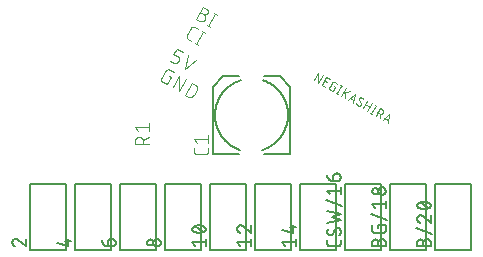
<source format=gto>
G04 EAGLE Gerber RS-274X export*
G75*
%MOMM*%
%FSLAX34Y34*%
%LPD*%
%INTop Silkscreen*%
%IPPOS*%
%AMOC8*
5,1,8,0,0,1.08239X$1,22.5*%
G01*
%ADD10C,0.076200*%
%ADD11C,0.152400*%
%ADD12C,0.127000*%
%ADD13C,0.203200*%
%ADD14C,0.101600*%


D10*
X251115Y130982D02*
X254798Y137361D01*
X254659Y128936D01*
X258342Y135315D01*
X257886Y127073D02*
X260721Y125436D01*
X257886Y127073D02*
X261569Y133452D01*
X264404Y131815D01*
X262058Y129389D02*
X259932Y130617D01*
X267890Y126022D02*
X268953Y125408D01*
X266907Y121864D01*
X264780Y123092D01*
X264714Y123133D01*
X264649Y123177D01*
X264587Y123223D01*
X264527Y123273D01*
X264469Y123325D01*
X264414Y123380D01*
X264362Y123438D01*
X264312Y123498D01*
X264266Y123560D01*
X264222Y123625D01*
X264181Y123692D01*
X264144Y123760D01*
X264110Y123830D01*
X264079Y123902D01*
X264052Y123975D01*
X264028Y124049D01*
X264008Y124124D01*
X263992Y124200D01*
X263979Y124277D01*
X263969Y124354D01*
X263964Y124432D01*
X263962Y124510D01*
X263964Y124588D01*
X263969Y124666D01*
X263979Y124743D01*
X263992Y124820D01*
X264008Y124896D01*
X264028Y124971D01*
X264052Y125045D01*
X264079Y125118D01*
X264110Y125190D01*
X264144Y125260D01*
X264181Y125329D01*
X264181Y125328D02*
X266227Y128872D01*
X266227Y128873D02*
X266268Y128939D01*
X266312Y129004D01*
X266358Y129066D01*
X266408Y129126D01*
X266460Y129184D01*
X266515Y129239D01*
X266573Y129291D01*
X266633Y129341D01*
X266695Y129387D01*
X266760Y129431D01*
X266827Y129472D01*
X266895Y129509D01*
X266965Y129543D01*
X267037Y129574D01*
X267110Y129601D01*
X267184Y129625D01*
X267259Y129645D01*
X267335Y129661D01*
X267412Y129674D01*
X267489Y129684D01*
X267567Y129689D01*
X267645Y129691D01*
X267723Y129689D01*
X267801Y129684D01*
X267878Y129674D01*
X267955Y129661D01*
X268031Y129645D01*
X268106Y129625D01*
X268180Y129601D01*
X268253Y129574D01*
X268325Y129543D01*
X268395Y129509D01*
X268464Y129472D01*
X268463Y129471D02*
X270590Y128244D01*
X274097Y126219D02*
X270414Y119839D01*
X271123Y119430D02*
X269705Y120249D01*
X273388Y126628D02*
X274806Y125809D01*
X277706Y124135D02*
X274023Y117756D01*
X275455Y120236D02*
X281250Y122089D01*
X277691Y120836D02*
X277567Y115710D01*
X279691Y114483D02*
X285500Y119635D01*
X283944Y112028D01*
X284333Y113930D02*
X281143Y115771D01*
X288295Y109515D02*
X288366Y109477D01*
X288438Y109442D01*
X288512Y109411D01*
X288588Y109383D01*
X288664Y109359D01*
X288742Y109339D01*
X288821Y109322D01*
X288900Y109310D01*
X288980Y109301D01*
X289060Y109297D01*
X289141Y109296D01*
X289221Y109300D01*
X289301Y109307D01*
X289381Y109318D01*
X289460Y109333D01*
X289538Y109352D01*
X289615Y109374D01*
X289691Y109401D01*
X289765Y109431D01*
X289838Y109465D01*
X289909Y109502D01*
X289978Y109543D01*
X290046Y109587D01*
X290111Y109634D01*
X290173Y109685D01*
X290233Y109738D01*
X290290Y109795D01*
X290345Y109854D01*
X290396Y109915D01*
X290445Y109979D01*
X290490Y110046D01*
X290532Y110114D01*
X288295Y109515D02*
X288197Y109574D01*
X288102Y109635D01*
X288008Y109700D01*
X287917Y109768D01*
X287828Y109839D01*
X287741Y109913D01*
X287657Y109989D01*
X287575Y110068D01*
X287496Y110150D01*
X287420Y110235D01*
X287347Y110321D01*
X287276Y110411D01*
X287209Y110502D01*
X287144Y110596D01*
X287083Y110692D01*
X287024Y110789D01*
X286970Y110889D01*
X286918Y110990D01*
X286870Y111093D01*
X286825Y111198D01*
X286783Y111304D01*
X286745Y111411D01*
X286711Y111519D01*
X286680Y111629D01*
X289210Y115603D02*
X289252Y115671D01*
X289297Y115738D01*
X289346Y115802D01*
X289397Y115863D01*
X289452Y115922D01*
X289509Y115979D01*
X289569Y116032D01*
X289632Y116083D01*
X289696Y116130D01*
X289764Y116174D01*
X289833Y116215D01*
X289904Y116252D01*
X289977Y116286D01*
X290051Y116316D01*
X290127Y116343D01*
X290204Y116365D01*
X290282Y116384D01*
X290361Y116399D01*
X290441Y116410D01*
X290521Y116417D01*
X290601Y116421D01*
X290682Y116420D01*
X290762Y116416D01*
X290842Y116407D01*
X290921Y116395D01*
X291000Y116378D01*
X291077Y116358D01*
X291154Y116334D01*
X291230Y116306D01*
X291304Y116275D01*
X291376Y116240D01*
X291446Y116202D01*
X291447Y116202D02*
X291541Y116145D01*
X291633Y116085D01*
X291723Y116022D01*
X291811Y115956D01*
X291896Y115887D01*
X291978Y115814D01*
X292058Y115739D01*
X292135Y115661D01*
X292209Y115580D01*
X292281Y115497D01*
X292349Y115411D01*
X292414Y115323D01*
X292476Y115232D01*
X292535Y115139D01*
X292590Y115045D01*
X292642Y114948D01*
X292690Y114849D01*
X292735Y114749D01*
X289203Y113952D02*
X289166Y114022D01*
X289133Y114093D01*
X289102Y114165D01*
X289076Y114239D01*
X289052Y114314D01*
X289032Y114389D01*
X289016Y114466D01*
X289004Y114544D01*
X288995Y114622D01*
X288990Y114700D01*
X288988Y114778D01*
X288990Y114857D01*
X288996Y114935D01*
X289006Y115013D01*
X289019Y115090D01*
X289036Y115167D01*
X289056Y115243D01*
X289080Y115317D01*
X289108Y115391D01*
X289139Y115463D01*
X289173Y115534D01*
X289211Y115602D01*
X290540Y111765D02*
X290577Y111695D01*
X290610Y111625D01*
X290641Y111552D01*
X290667Y111478D01*
X290691Y111404D01*
X290711Y111328D01*
X290727Y111251D01*
X290739Y111173D01*
X290748Y111095D01*
X290753Y111017D01*
X290755Y110939D01*
X290753Y110860D01*
X290747Y110782D01*
X290737Y110704D01*
X290724Y110627D01*
X290707Y110550D01*
X290687Y110474D01*
X290663Y110400D01*
X290635Y110326D01*
X290604Y110254D01*
X290570Y110183D01*
X290532Y110115D01*
X290539Y111764D02*
X289203Y113953D01*
X296187Y113465D02*
X292504Y107086D01*
X294550Y110630D02*
X298094Y108583D01*
X299731Y111419D02*
X296048Y105039D01*
X299555Y103015D02*
X303238Y109394D01*
X298847Y103424D02*
X300264Y102605D01*
X303947Y108984D02*
X302530Y109803D01*
X306790Y107343D02*
X303107Y100964D01*
X306790Y107343D02*
X308562Y106320D01*
X308638Y106274D01*
X308713Y106224D01*
X308785Y106171D01*
X308854Y106115D01*
X308921Y106056D01*
X308986Y105995D01*
X309047Y105930D01*
X309106Y105863D01*
X309162Y105794D01*
X309215Y105722D01*
X309265Y105647D01*
X309311Y105571D01*
X309354Y105493D01*
X309393Y105413D01*
X309429Y105331D01*
X309462Y105248D01*
X309490Y105163D01*
X309515Y105078D01*
X309537Y104991D01*
X309554Y104903D01*
X309567Y104815D01*
X309577Y104726D01*
X309583Y104637D01*
X309585Y104548D01*
X309583Y104459D01*
X309577Y104370D01*
X309567Y104281D01*
X309554Y104193D01*
X309537Y104105D01*
X309515Y104018D01*
X309490Y103933D01*
X309462Y103848D01*
X309429Y103765D01*
X309393Y103683D01*
X309354Y103603D01*
X309311Y103525D01*
X309265Y103449D01*
X309215Y103374D01*
X309162Y103302D01*
X309106Y103233D01*
X309047Y103166D01*
X308986Y103101D01*
X308921Y103040D01*
X308854Y102981D01*
X308785Y102925D01*
X308713Y102872D01*
X308638Y102822D01*
X308562Y102776D01*
X308484Y102733D01*
X308404Y102694D01*
X308322Y102658D01*
X308239Y102625D01*
X308154Y102597D01*
X308069Y102572D01*
X307982Y102550D01*
X307894Y102533D01*
X307806Y102520D01*
X307717Y102510D01*
X307628Y102504D01*
X307539Y102502D01*
X307450Y102504D01*
X307361Y102510D01*
X307272Y102520D01*
X307184Y102533D01*
X307096Y102550D01*
X307009Y102572D01*
X306924Y102597D01*
X306839Y102625D01*
X306756Y102658D01*
X306674Y102694D01*
X306594Y102733D01*
X306516Y102776D01*
X304744Y103799D01*
X306870Y102571D02*
X306651Y98918D01*
X309043Y97537D02*
X314853Y102688D01*
X313296Y95081D01*
X313685Y96983D02*
X310496Y98824D01*
D11*
X40640Y43180D02*
X10160Y43180D01*
X10160Y-12700D01*
X40640Y-12700D01*
X40640Y43180D01*
D12*
X-1588Y-3175D02*
X-1692Y-3177D01*
X-1797Y-3183D01*
X-1901Y-3192D01*
X-2004Y-3205D01*
X-2107Y-3223D01*
X-2209Y-3243D01*
X-2311Y-3268D01*
X-2411Y-3296D01*
X-2511Y-3328D01*
X-2609Y-3364D01*
X-2706Y-3403D01*
X-2801Y-3445D01*
X-2895Y-3491D01*
X-2987Y-3541D01*
X-3077Y-3593D01*
X-3165Y-3649D01*
X-3251Y-3709D01*
X-3335Y-3771D01*
X-3416Y-3836D01*
X-3495Y-3904D01*
X-3572Y-3976D01*
X-3645Y-4049D01*
X-3717Y-4126D01*
X-3785Y-4205D01*
X-3850Y-4286D01*
X-3912Y-4370D01*
X-3972Y-4456D01*
X-4028Y-4544D01*
X-4080Y-4634D01*
X-4130Y-4726D01*
X-4176Y-4820D01*
X-4218Y-4915D01*
X-4257Y-5012D01*
X-4293Y-5110D01*
X-4325Y-5210D01*
X-4353Y-5310D01*
X-4378Y-5412D01*
X-4398Y-5514D01*
X-4416Y-5617D01*
X-4429Y-5720D01*
X-4438Y-5824D01*
X-4444Y-5929D01*
X-4446Y-6033D01*
X-4445Y-6033D02*
X-4443Y-6151D01*
X-4437Y-6270D01*
X-4428Y-6388D01*
X-4415Y-6505D01*
X-4397Y-6622D01*
X-4377Y-6739D01*
X-4352Y-6855D01*
X-4324Y-6970D01*
X-4291Y-7083D01*
X-4256Y-7196D01*
X-4216Y-7308D01*
X-4174Y-7418D01*
X-4127Y-7527D01*
X-4077Y-7635D01*
X-4024Y-7740D01*
X-3967Y-7844D01*
X-3907Y-7946D01*
X-3844Y-8046D01*
X-3777Y-8144D01*
X-3708Y-8240D01*
X-3635Y-8333D01*
X-3559Y-8424D01*
X-3481Y-8513D01*
X-3399Y-8599D01*
X-3315Y-8682D01*
X-3229Y-8763D01*
X-3139Y-8840D01*
X-3048Y-8915D01*
X-2954Y-8987D01*
X-2857Y-9056D01*
X-2759Y-9121D01*
X-2658Y-9184D01*
X-2555Y-9243D01*
X-2451Y-9299D01*
X-2345Y-9351D01*
X-2237Y-9400D01*
X-2128Y-9445D01*
X-2017Y-9487D01*
X-1905Y-9525D01*
X634Y-4127D02*
X559Y-4051D01*
X480Y-3976D01*
X399Y-3905D01*
X315Y-3836D01*
X229Y-3771D01*
X141Y-3709D01*
X51Y-3649D01*
X-41Y-3593D01*
X-136Y-3540D01*
X-232Y-3491D01*
X-330Y-3445D01*
X-429Y-3402D01*
X-530Y-3363D01*
X-632Y-3328D01*
X-735Y-3296D01*
X-839Y-3268D01*
X-944Y-3243D01*
X-1051Y-3222D01*
X-1157Y-3205D01*
X-1264Y-3192D01*
X-1372Y-3183D01*
X-1480Y-3177D01*
X-1588Y-3175D01*
X635Y-4128D02*
X6985Y-9525D01*
X6985Y-3175D01*
D11*
X48260Y43180D02*
X78740Y43180D01*
X48260Y43180D02*
X48260Y-12700D01*
X78740Y-12700D01*
X78740Y43180D01*
D12*
X42545Y-9525D02*
X33655Y-6985D01*
X42545Y-9525D02*
X42545Y-3175D01*
X40005Y-5080D02*
X45085Y-5080D01*
D11*
X86360Y43180D02*
X116840Y43180D01*
X86360Y43180D02*
X86360Y-12700D01*
X116840Y-12700D01*
X116840Y43180D01*
D12*
X76835Y-5715D02*
X76835Y-9525D01*
X76835Y-5715D02*
X76837Y-5615D01*
X76843Y-5516D01*
X76853Y-5416D01*
X76866Y-5318D01*
X76884Y-5219D01*
X76905Y-5122D01*
X76930Y-5026D01*
X76959Y-4930D01*
X76992Y-4836D01*
X77028Y-4743D01*
X77068Y-4652D01*
X77112Y-4562D01*
X77159Y-4474D01*
X77209Y-4388D01*
X77263Y-4304D01*
X77320Y-4222D01*
X77380Y-4143D01*
X77444Y-4065D01*
X77510Y-3991D01*
X77579Y-3919D01*
X77651Y-3850D01*
X77725Y-3784D01*
X77803Y-3720D01*
X77882Y-3660D01*
X77964Y-3603D01*
X78048Y-3549D01*
X78134Y-3499D01*
X78222Y-3452D01*
X78312Y-3408D01*
X78403Y-3368D01*
X78496Y-3332D01*
X78590Y-3299D01*
X78686Y-3270D01*
X78782Y-3245D01*
X78879Y-3224D01*
X78978Y-3206D01*
X79076Y-3193D01*
X79176Y-3183D01*
X79275Y-3177D01*
X79375Y-3175D01*
X80010Y-3175D01*
X80121Y-3177D01*
X80231Y-3183D01*
X80342Y-3192D01*
X80452Y-3206D01*
X80561Y-3223D01*
X80670Y-3244D01*
X80778Y-3269D01*
X80885Y-3298D01*
X80991Y-3330D01*
X81096Y-3366D01*
X81199Y-3406D01*
X81301Y-3449D01*
X81402Y-3496D01*
X81501Y-3547D01*
X81598Y-3600D01*
X81692Y-3657D01*
X81785Y-3718D01*
X81876Y-3781D01*
X81965Y-3848D01*
X82051Y-3918D01*
X82134Y-3991D01*
X82216Y-4066D01*
X82294Y-4144D01*
X82369Y-4226D01*
X82442Y-4309D01*
X82512Y-4395D01*
X82579Y-4484D01*
X82642Y-4575D01*
X82703Y-4668D01*
X82760Y-4763D01*
X82813Y-4859D01*
X82864Y-4958D01*
X82911Y-5059D01*
X82954Y-5161D01*
X82994Y-5264D01*
X83030Y-5369D01*
X83062Y-5475D01*
X83091Y-5582D01*
X83116Y-5690D01*
X83137Y-5799D01*
X83154Y-5908D01*
X83168Y-6018D01*
X83177Y-6129D01*
X83183Y-6239D01*
X83185Y-6350D01*
X83183Y-6461D01*
X83177Y-6571D01*
X83168Y-6682D01*
X83154Y-6792D01*
X83137Y-6901D01*
X83116Y-7010D01*
X83091Y-7118D01*
X83062Y-7225D01*
X83030Y-7331D01*
X82994Y-7436D01*
X82954Y-7539D01*
X82911Y-7641D01*
X82864Y-7742D01*
X82813Y-7841D01*
X82760Y-7938D01*
X82703Y-8032D01*
X82642Y-8125D01*
X82579Y-8216D01*
X82512Y-8305D01*
X82442Y-8391D01*
X82369Y-8474D01*
X82294Y-8556D01*
X82216Y-8634D01*
X82134Y-8709D01*
X82051Y-8782D01*
X81965Y-8852D01*
X81876Y-8919D01*
X81785Y-8982D01*
X81692Y-9043D01*
X81597Y-9100D01*
X81501Y-9153D01*
X81402Y-9204D01*
X81301Y-9251D01*
X81199Y-9294D01*
X81096Y-9334D01*
X80991Y-9370D01*
X80885Y-9402D01*
X80778Y-9431D01*
X80670Y-9456D01*
X80561Y-9477D01*
X80452Y-9494D01*
X80342Y-9508D01*
X80231Y-9517D01*
X80121Y-9523D01*
X80010Y-9525D01*
X76835Y-9525D01*
X76695Y-9523D01*
X76555Y-9517D01*
X76415Y-9508D01*
X76276Y-9494D01*
X76137Y-9477D01*
X75999Y-9456D01*
X75861Y-9431D01*
X75724Y-9402D01*
X75588Y-9370D01*
X75453Y-9333D01*
X75319Y-9293D01*
X75186Y-9250D01*
X75054Y-9202D01*
X74923Y-9152D01*
X74794Y-9097D01*
X74667Y-9039D01*
X74541Y-8978D01*
X74417Y-8913D01*
X74295Y-8844D01*
X74175Y-8773D01*
X74057Y-8698D01*
X73940Y-8620D01*
X73826Y-8538D01*
X73715Y-8454D01*
X73606Y-8366D01*
X73499Y-8276D01*
X73394Y-8182D01*
X73293Y-8086D01*
X73194Y-7987D01*
X73098Y-7886D01*
X73004Y-7781D01*
X72914Y-7674D01*
X72826Y-7565D01*
X72742Y-7454D01*
X72660Y-7340D01*
X72582Y-7223D01*
X72507Y-7105D01*
X72436Y-6985D01*
X72367Y-6863D01*
X72302Y-6739D01*
X72241Y-6613D01*
X72183Y-6486D01*
X72128Y-6357D01*
X72078Y-6226D01*
X72030Y-6094D01*
X71987Y-5961D01*
X71947Y-5827D01*
X71910Y-5692D01*
X71878Y-5556D01*
X71849Y-5419D01*
X71824Y-5281D01*
X71803Y-5143D01*
X71786Y-5004D01*
X71772Y-4865D01*
X71763Y-4725D01*
X71757Y-4585D01*
X71755Y-4445D01*
D11*
X124460Y43180D02*
X154940Y43180D01*
X124460Y43180D02*
X124460Y-12700D01*
X154940Y-12700D01*
X154940Y43180D01*
D12*
X118110Y-3175D02*
X117999Y-3177D01*
X117889Y-3183D01*
X117778Y-3192D01*
X117668Y-3206D01*
X117559Y-3223D01*
X117450Y-3244D01*
X117342Y-3269D01*
X117235Y-3298D01*
X117129Y-3330D01*
X117024Y-3366D01*
X116921Y-3406D01*
X116819Y-3449D01*
X116718Y-3496D01*
X116619Y-3547D01*
X116523Y-3600D01*
X116428Y-3657D01*
X116335Y-3718D01*
X116244Y-3781D01*
X116155Y-3848D01*
X116069Y-3918D01*
X115986Y-3991D01*
X115904Y-4066D01*
X115826Y-4144D01*
X115751Y-4226D01*
X115678Y-4309D01*
X115608Y-4395D01*
X115541Y-4484D01*
X115478Y-4575D01*
X115417Y-4668D01*
X115360Y-4763D01*
X115307Y-4859D01*
X115256Y-4958D01*
X115209Y-5059D01*
X115166Y-5161D01*
X115126Y-5264D01*
X115090Y-5369D01*
X115058Y-5475D01*
X115029Y-5582D01*
X115004Y-5690D01*
X114983Y-5799D01*
X114966Y-5908D01*
X114952Y-6018D01*
X114943Y-6129D01*
X114937Y-6239D01*
X114935Y-6350D01*
X114937Y-6461D01*
X114943Y-6571D01*
X114952Y-6682D01*
X114966Y-6792D01*
X114983Y-6901D01*
X115004Y-7010D01*
X115029Y-7118D01*
X115058Y-7225D01*
X115090Y-7331D01*
X115126Y-7436D01*
X115166Y-7539D01*
X115209Y-7641D01*
X115256Y-7742D01*
X115307Y-7841D01*
X115360Y-7938D01*
X115417Y-8032D01*
X115478Y-8125D01*
X115541Y-8216D01*
X115608Y-8305D01*
X115678Y-8391D01*
X115751Y-8474D01*
X115826Y-8556D01*
X115904Y-8634D01*
X115986Y-8709D01*
X116069Y-8782D01*
X116155Y-8852D01*
X116244Y-8919D01*
X116335Y-8982D01*
X116428Y-9043D01*
X116523Y-9100D01*
X116619Y-9153D01*
X116718Y-9204D01*
X116819Y-9251D01*
X116921Y-9294D01*
X117024Y-9334D01*
X117129Y-9370D01*
X117235Y-9402D01*
X117342Y-9431D01*
X117450Y-9456D01*
X117559Y-9477D01*
X117668Y-9494D01*
X117778Y-9508D01*
X117889Y-9517D01*
X117999Y-9523D01*
X118110Y-9525D01*
X118221Y-9523D01*
X118331Y-9517D01*
X118442Y-9508D01*
X118552Y-9494D01*
X118661Y-9477D01*
X118770Y-9456D01*
X118878Y-9431D01*
X118985Y-9402D01*
X119091Y-9370D01*
X119196Y-9334D01*
X119299Y-9294D01*
X119401Y-9251D01*
X119502Y-9204D01*
X119601Y-9153D01*
X119697Y-9100D01*
X119792Y-9043D01*
X119885Y-8982D01*
X119976Y-8919D01*
X120065Y-8852D01*
X120151Y-8782D01*
X120234Y-8709D01*
X120316Y-8634D01*
X120394Y-8556D01*
X120469Y-8474D01*
X120542Y-8391D01*
X120612Y-8305D01*
X120679Y-8216D01*
X120742Y-8125D01*
X120803Y-8032D01*
X120860Y-7938D01*
X120913Y-7841D01*
X120964Y-7742D01*
X121011Y-7641D01*
X121054Y-7539D01*
X121094Y-7436D01*
X121130Y-7331D01*
X121162Y-7225D01*
X121191Y-7118D01*
X121216Y-7010D01*
X121237Y-6901D01*
X121254Y-6792D01*
X121268Y-6682D01*
X121277Y-6571D01*
X121283Y-6461D01*
X121285Y-6350D01*
X121283Y-6239D01*
X121277Y-6129D01*
X121268Y-6018D01*
X121254Y-5908D01*
X121237Y-5799D01*
X121216Y-5690D01*
X121191Y-5582D01*
X121162Y-5475D01*
X121130Y-5369D01*
X121094Y-5264D01*
X121054Y-5161D01*
X121011Y-5059D01*
X120964Y-4958D01*
X120913Y-4859D01*
X120860Y-4763D01*
X120803Y-4668D01*
X120742Y-4575D01*
X120679Y-4484D01*
X120612Y-4395D01*
X120542Y-4309D01*
X120469Y-4226D01*
X120394Y-4144D01*
X120316Y-4066D01*
X120234Y-3991D01*
X120151Y-3918D01*
X120065Y-3848D01*
X119976Y-3781D01*
X119885Y-3718D01*
X119792Y-3657D01*
X119698Y-3600D01*
X119601Y-3547D01*
X119502Y-3496D01*
X119401Y-3449D01*
X119299Y-3406D01*
X119196Y-3366D01*
X119091Y-3330D01*
X118985Y-3298D01*
X118878Y-3269D01*
X118770Y-3244D01*
X118661Y-3223D01*
X118552Y-3206D01*
X118442Y-3192D01*
X118331Y-3183D01*
X118221Y-3177D01*
X118110Y-3175D01*
X112395Y-3810D02*
X112295Y-3812D01*
X112196Y-3818D01*
X112096Y-3828D01*
X111998Y-3841D01*
X111899Y-3859D01*
X111802Y-3880D01*
X111706Y-3905D01*
X111610Y-3934D01*
X111516Y-3967D01*
X111423Y-4003D01*
X111332Y-4043D01*
X111242Y-4087D01*
X111154Y-4134D01*
X111068Y-4184D01*
X110984Y-4238D01*
X110902Y-4295D01*
X110823Y-4355D01*
X110745Y-4419D01*
X110671Y-4485D01*
X110599Y-4554D01*
X110530Y-4626D01*
X110464Y-4700D01*
X110400Y-4778D01*
X110340Y-4857D01*
X110283Y-4939D01*
X110229Y-5023D01*
X110179Y-5109D01*
X110132Y-5197D01*
X110088Y-5287D01*
X110048Y-5378D01*
X110012Y-5471D01*
X109979Y-5565D01*
X109950Y-5661D01*
X109925Y-5757D01*
X109904Y-5854D01*
X109886Y-5953D01*
X109873Y-6051D01*
X109863Y-6151D01*
X109857Y-6250D01*
X109855Y-6350D01*
X109857Y-6450D01*
X109863Y-6549D01*
X109873Y-6649D01*
X109886Y-6747D01*
X109904Y-6846D01*
X109925Y-6943D01*
X109950Y-7039D01*
X109979Y-7135D01*
X110012Y-7229D01*
X110048Y-7322D01*
X110088Y-7413D01*
X110132Y-7503D01*
X110179Y-7591D01*
X110229Y-7677D01*
X110283Y-7761D01*
X110340Y-7843D01*
X110400Y-7922D01*
X110464Y-8000D01*
X110530Y-8074D01*
X110599Y-8146D01*
X110671Y-8215D01*
X110745Y-8281D01*
X110823Y-8345D01*
X110902Y-8405D01*
X110984Y-8462D01*
X111068Y-8516D01*
X111154Y-8566D01*
X111242Y-8613D01*
X111332Y-8657D01*
X111423Y-8697D01*
X111516Y-8733D01*
X111610Y-8766D01*
X111706Y-8795D01*
X111802Y-8820D01*
X111899Y-8841D01*
X111998Y-8859D01*
X112096Y-8872D01*
X112196Y-8882D01*
X112295Y-8888D01*
X112395Y-8890D01*
X112495Y-8888D01*
X112594Y-8882D01*
X112694Y-8872D01*
X112792Y-8859D01*
X112891Y-8841D01*
X112988Y-8820D01*
X113084Y-8795D01*
X113180Y-8766D01*
X113274Y-8733D01*
X113367Y-8697D01*
X113458Y-8657D01*
X113548Y-8613D01*
X113636Y-8566D01*
X113722Y-8516D01*
X113806Y-8462D01*
X113888Y-8405D01*
X113967Y-8345D01*
X114045Y-8281D01*
X114119Y-8215D01*
X114191Y-8146D01*
X114260Y-8074D01*
X114326Y-8000D01*
X114390Y-7922D01*
X114450Y-7843D01*
X114507Y-7761D01*
X114561Y-7677D01*
X114611Y-7591D01*
X114658Y-7503D01*
X114702Y-7413D01*
X114742Y-7322D01*
X114778Y-7229D01*
X114811Y-7135D01*
X114840Y-7039D01*
X114865Y-6943D01*
X114886Y-6846D01*
X114904Y-6747D01*
X114917Y-6649D01*
X114927Y-6549D01*
X114933Y-6450D01*
X114935Y-6350D01*
X114933Y-6250D01*
X114927Y-6151D01*
X114917Y-6051D01*
X114904Y-5953D01*
X114886Y-5854D01*
X114865Y-5757D01*
X114840Y-5661D01*
X114811Y-5565D01*
X114778Y-5471D01*
X114742Y-5378D01*
X114702Y-5287D01*
X114658Y-5197D01*
X114611Y-5109D01*
X114561Y-5023D01*
X114507Y-4939D01*
X114450Y-4857D01*
X114390Y-4778D01*
X114326Y-4700D01*
X114260Y-4626D01*
X114191Y-4554D01*
X114119Y-4485D01*
X114045Y-4419D01*
X113967Y-4355D01*
X113888Y-4295D01*
X113806Y-4238D01*
X113722Y-4184D01*
X113636Y-4134D01*
X113548Y-4087D01*
X113458Y-4043D01*
X113367Y-4003D01*
X113274Y-3967D01*
X113180Y-3934D01*
X113084Y-3905D01*
X112988Y-3880D01*
X112891Y-3859D01*
X112792Y-3841D01*
X112694Y-3828D01*
X112594Y-3818D01*
X112495Y-3812D01*
X112395Y-3810D01*
D11*
X162560Y43180D02*
X193040Y43180D01*
X162560Y43180D02*
X162560Y-12700D01*
X193040Y-12700D01*
X193040Y43180D01*
D12*
X147955Y-6350D02*
X150495Y-9525D01*
X147955Y-6350D02*
X159385Y-6350D01*
X159385Y-9525D02*
X159385Y-3175D01*
X153670Y1905D02*
X153445Y1908D01*
X153220Y1916D01*
X152996Y1929D01*
X152772Y1948D01*
X152548Y1972D01*
X152325Y2001D01*
X152103Y2036D01*
X151882Y2076D01*
X151662Y2122D01*
X151443Y2172D01*
X151225Y2228D01*
X151008Y2289D01*
X150793Y2355D01*
X150580Y2426D01*
X150369Y2503D01*
X150159Y2584D01*
X149951Y2670D01*
X149746Y2761D01*
X149543Y2857D01*
X149455Y2889D01*
X149368Y2925D01*
X149282Y2964D01*
X149198Y3007D01*
X149116Y3053D01*
X149036Y3102D01*
X148958Y3154D01*
X148882Y3210D01*
X148808Y3268D01*
X148737Y3330D01*
X148668Y3394D01*
X148602Y3461D01*
X148539Y3530D01*
X148478Y3602D01*
X148420Y3676D01*
X148366Y3753D01*
X148314Y3831D01*
X148266Y3912D01*
X148221Y3994D01*
X148179Y4079D01*
X148141Y4165D01*
X148106Y4252D01*
X148074Y4340D01*
X148047Y4430D01*
X148022Y4521D01*
X148002Y4613D01*
X147985Y4705D01*
X147972Y4799D01*
X147963Y4892D01*
X147957Y4986D01*
X147955Y5080D01*
X147957Y5174D01*
X147963Y5268D01*
X147972Y5361D01*
X147985Y5455D01*
X148002Y5547D01*
X148022Y5639D01*
X148047Y5730D01*
X148074Y5820D01*
X148106Y5908D01*
X148141Y5995D01*
X148179Y6081D01*
X148221Y6166D01*
X148266Y6248D01*
X148314Y6329D01*
X148366Y6407D01*
X148420Y6484D01*
X148478Y6558D01*
X148539Y6630D01*
X148602Y6699D01*
X148668Y6766D01*
X148737Y6830D01*
X148808Y6892D01*
X148882Y6950D01*
X148958Y7006D01*
X149036Y7058D01*
X149116Y7107D01*
X149198Y7153D01*
X149282Y7196D01*
X149368Y7235D01*
X149455Y7271D01*
X149543Y7303D01*
X149746Y7399D01*
X149951Y7490D01*
X150159Y7576D01*
X150369Y7657D01*
X150580Y7734D01*
X150793Y7805D01*
X151008Y7871D01*
X151225Y7932D01*
X151443Y7988D01*
X151662Y8038D01*
X151882Y8084D01*
X152103Y8124D01*
X152325Y8159D01*
X152548Y8188D01*
X152772Y8212D01*
X152996Y8231D01*
X153220Y8244D01*
X153445Y8252D01*
X153670Y8255D01*
X153670Y1905D02*
X153895Y1908D01*
X154120Y1916D01*
X154344Y1929D01*
X154568Y1948D01*
X154792Y1972D01*
X155015Y2001D01*
X155237Y2036D01*
X155458Y2076D01*
X155678Y2122D01*
X155897Y2172D01*
X156115Y2228D01*
X156332Y2289D01*
X156547Y2355D01*
X156760Y2426D01*
X156971Y2503D01*
X157181Y2584D01*
X157389Y2670D01*
X157594Y2761D01*
X157797Y2857D01*
X157798Y2857D02*
X157886Y2889D01*
X157973Y2925D01*
X158059Y2964D01*
X158143Y3007D01*
X158225Y3053D01*
X158305Y3102D01*
X158383Y3154D01*
X158459Y3210D01*
X158533Y3268D01*
X158604Y3330D01*
X158673Y3394D01*
X158739Y3461D01*
X158802Y3530D01*
X158863Y3602D01*
X158921Y3676D01*
X158975Y3753D01*
X159027Y3831D01*
X159075Y3912D01*
X159120Y3994D01*
X159162Y4079D01*
X159200Y4165D01*
X159235Y4252D01*
X159267Y4340D01*
X159294Y4430D01*
X159319Y4521D01*
X159339Y4613D01*
X159356Y4705D01*
X159369Y4799D01*
X159378Y4892D01*
X159384Y4986D01*
X159386Y5080D01*
X157797Y7303D02*
X157594Y7399D01*
X157389Y7490D01*
X157181Y7576D01*
X156971Y7657D01*
X156760Y7734D01*
X156547Y7805D01*
X156332Y7871D01*
X156115Y7932D01*
X155897Y7988D01*
X155678Y8038D01*
X155458Y8084D01*
X155237Y8124D01*
X155015Y8159D01*
X154792Y8188D01*
X154568Y8212D01*
X154344Y8231D01*
X154120Y8244D01*
X153895Y8252D01*
X153670Y8255D01*
X157798Y7303D02*
X157886Y7271D01*
X157973Y7235D01*
X158059Y7196D01*
X158143Y7153D01*
X158225Y7107D01*
X158305Y7058D01*
X158383Y7006D01*
X158459Y6950D01*
X158533Y6892D01*
X158604Y6830D01*
X158673Y6766D01*
X158739Y6699D01*
X158802Y6630D01*
X158863Y6558D01*
X158921Y6484D01*
X158975Y6407D01*
X159027Y6329D01*
X159075Y6248D01*
X159120Y6166D01*
X159162Y6081D01*
X159200Y5995D01*
X159235Y5908D01*
X159267Y5820D01*
X159294Y5730D01*
X159319Y5639D01*
X159339Y5547D01*
X159356Y5455D01*
X159369Y5361D01*
X159378Y5268D01*
X159384Y5174D01*
X159386Y5080D01*
X156845Y2540D02*
X150495Y7620D01*
D11*
X200660Y43180D02*
X231140Y43180D01*
X200660Y43180D02*
X200660Y-12700D01*
X231140Y-12700D01*
X231140Y43180D01*
D12*
X186055Y-6350D02*
X188595Y-9525D01*
X186055Y-6350D02*
X197485Y-6350D01*
X197485Y-9525D02*
X197485Y-3175D01*
X186055Y5398D02*
X186057Y5502D01*
X186063Y5607D01*
X186072Y5711D01*
X186085Y5814D01*
X186103Y5917D01*
X186123Y6019D01*
X186148Y6121D01*
X186176Y6221D01*
X186208Y6321D01*
X186244Y6419D01*
X186283Y6516D01*
X186325Y6611D01*
X186371Y6705D01*
X186421Y6797D01*
X186473Y6887D01*
X186529Y6975D01*
X186589Y7061D01*
X186651Y7145D01*
X186716Y7226D01*
X186784Y7305D01*
X186856Y7382D01*
X186929Y7455D01*
X187006Y7527D01*
X187085Y7595D01*
X187166Y7660D01*
X187250Y7722D01*
X187336Y7782D01*
X187424Y7838D01*
X187514Y7890D01*
X187606Y7940D01*
X187700Y7986D01*
X187795Y8028D01*
X187892Y8067D01*
X187990Y8103D01*
X188090Y8135D01*
X188190Y8163D01*
X188292Y8188D01*
X188394Y8208D01*
X188497Y8226D01*
X188600Y8239D01*
X188704Y8248D01*
X188809Y8254D01*
X188913Y8256D01*
X186055Y5398D02*
X186057Y5280D01*
X186063Y5161D01*
X186072Y5043D01*
X186085Y4926D01*
X186103Y4809D01*
X186123Y4692D01*
X186148Y4576D01*
X186176Y4461D01*
X186209Y4348D01*
X186244Y4235D01*
X186284Y4123D01*
X186326Y4013D01*
X186373Y3904D01*
X186423Y3796D01*
X186476Y3691D01*
X186533Y3587D01*
X186593Y3485D01*
X186656Y3385D01*
X186723Y3287D01*
X186792Y3191D01*
X186865Y3098D01*
X186941Y3007D01*
X187019Y2918D01*
X187101Y2832D01*
X187185Y2749D01*
X187271Y2668D01*
X187361Y2591D01*
X187452Y2516D01*
X187546Y2444D01*
X187643Y2375D01*
X187741Y2310D01*
X187842Y2247D01*
X187945Y2188D01*
X188049Y2132D01*
X188155Y2080D01*
X188263Y2031D01*
X188372Y1986D01*
X188483Y1944D01*
X188595Y1906D01*
X191135Y7303D02*
X191060Y7379D01*
X190981Y7454D01*
X190900Y7525D01*
X190816Y7594D01*
X190730Y7659D01*
X190642Y7721D01*
X190552Y7781D01*
X190460Y7837D01*
X190365Y7890D01*
X190269Y7939D01*
X190171Y7985D01*
X190072Y8028D01*
X189971Y8067D01*
X189869Y8102D01*
X189766Y8134D01*
X189662Y8162D01*
X189557Y8187D01*
X189450Y8208D01*
X189344Y8225D01*
X189237Y8238D01*
X189129Y8247D01*
X189021Y8253D01*
X188913Y8255D01*
X191135Y7303D02*
X197485Y1905D01*
X197485Y8255D01*
D11*
X238760Y43180D02*
X269240Y43180D01*
X238760Y43180D02*
X238760Y-12700D01*
X269240Y-12700D01*
X269240Y43180D01*
D12*
X224155Y-6350D02*
X226695Y-9525D01*
X224155Y-6350D02*
X235585Y-6350D01*
X235585Y-9525D02*
X235585Y-3175D01*
X233045Y1905D02*
X224155Y4445D01*
X233045Y1905D02*
X233045Y8255D01*
X230505Y6350D02*
X235585Y6350D01*
D11*
X276860Y43180D02*
X307340Y43180D01*
X276860Y43180D02*
X276860Y-12700D01*
X307340Y-12700D01*
X307340Y43180D01*
D12*
X273685Y-4445D02*
X273685Y-6985D01*
X273683Y-7085D01*
X273677Y-7184D01*
X273667Y-7284D01*
X273654Y-7382D01*
X273636Y-7481D01*
X273615Y-7578D01*
X273590Y-7674D01*
X273561Y-7770D01*
X273528Y-7864D01*
X273492Y-7957D01*
X273452Y-8048D01*
X273408Y-8138D01*
X273361Y-8226D01*
X273311Y-8312D01*
X273257Y-8396D01*
X273200Y-8478D01*
X273140Y-8557D01*
X273076Y-8635D01*
X273010Y-8709D01*
X272941Y-8781D01*
X272869Y-8850D01*
X272795Y-8916D01*
X272717Y-8980D01*
X272638Y-9040D01*
X272556Y-9097D01*
X272472Y-9151D01*
X272386Y-9201D01*
X272298Y-9248D01*
X272208Y-9292D01*
X272117Y-9332D01*
X272024Y-9368D01*
X271930Y-9401D01*
X271834Y-9430D01*
X271738Y-9455D01*
X271641Y-9476D01*
X271542Y-9494D01*
X271444Y-9507D01*
X271344Y-9517D01*
X271245Y-9523D01*
X271145Y-9525D01*
X264795Y-9525D01*
X264695Y-9523D01*
X264596Y-9517D01*
X264496Y-9507D01*
X264398Y-9494D01*
X264299Y-9476D01*
X264202Y-9455D01*
X264106Y-9430D01*
X264010Y-9401D01*
X263916Y-9368D01*
X263823Y-9332D01*
X263732Y-9292D01*
X263642Y-9248D01*
X263554Y-9201D01*
X263468Y-9151D01*
X263384Y-9097D01*
X263302Y-9040D01*
X263223Y-8980D01*
X263145Y-8916D01*
X263071Y-8850D01*
X262999Y-8781D01*
X262930Y-8709D01*
X262864Y-8635D01*
X262800Y-8557D01*
X262740Y-8478D01*
X262683Y-8396D01*
X262629Y-8312D01*
X262579Y-8226D01*
X262532Y-8138D01*
X262488Y-8048D01*
X262448Y-7957D01*
X262412Y-7864D01*
X262379Y-7770D01*
X262350Y-7674D01*
X262325Y-7578D01*
X262304Y-7481D01*
X262286Y-7382D01*
X262273Y-7284D01*
X262263Y-7184D01*
X262257Y-7085D01*
X262255Y-6985D01*
X262255Y-4445D01*
X271145Y6006D02*
X271245Y6004D01*
X271344Y5998D01*
X271444Y5988D01*
X271542Y5975D01*
X271641Y5957D01*
X271738Y5936D01*
X271834Y5911D01*
X271930Y5882D01*
X272024Y5849D01*
X272117Y5813D01*
X272208Y5773D01*
X272298Y5729D01*
X272386Y5682D01*
X272472Y5632D01*
X272556Y5578D01*
X272638Y5521D01*
X272717Y5461D01*
X272795Y5397D01*
X272869Y5331D01*
X272941Y5262D01*
X273010Y5190D01*
X273076Y5116D01*
X273140Y5038D01*
X273200Y4959D01*
X273257Y4877D01*
X273311Y4793D01*
X273361Y4707D01*
X273408Y4619D01*
X273452Y4529D01*
X273492Y4438D01*
X273528Y4345D01*
X273561Y4251D01*
X273590Y4155D01*
X273615Y4059D01*
X273636Y3962D01*
X273654Y3863D01*
X273667Y3765D01*
X273677Y3665D01*
X273683Y3566D01*
X273685Y3466D01*
X273683Y3325D01*
X273678Y3184D01*
X273668Y3043D01*
X273655Y2902D01*
X273639Y2762D01*
X273618Y2622D01*
X273594Y2483D01*
X273566Y2344D01*
X273535Y2207D01*
X273500Y2070D01*
X273462Y1934D01*
X273420Y1799D01*
X273374Y1666D01*
X273325Y1533D01*
X273272Y1402D01*
X273216Y1273D01*
X273157Y1144D01*
X273094Y1018D01*
X273028Y893D01*
X272959Y770D01*
X272886Y649D01*
X272810Y530D01*
X272731Y412D01*
X272650Y297D01*
X272565Y185D01*
X272477Y74D01*
X272386Y-34D01*
X272293Y-140D01*
X272196Y-243D01*
X272097Y-344D01*
X264795Y-26D02*
X264695Y-24D01*
X264596Y-18D01*
X264496Y-8D01*
X264398Y5D01*
X264299Y23D01*
X264202Y44D01*
X264106Y69D01*
X264010Y98D01*
X263916Y131D01*
X263823Y167D01*
X263732Y207D01*
X263642Y251D01*
X263554Y298D01*
X263468Y348D01*
X263384Y402D01*
X263302Y459D01*
X263223Y519D01*
X263145Y583D01*
X263071Y649D01*
X262999Y718D01*
X262930Y790D01*
X262864Y864D01*
X262800Y942D01*
X262740Y1021D01*
X262683Y1103D01*
X262629Y1187D01*
X262579Y1273D01*
X262532Y1361D01*
X262488Y1451D01*
X262448Y1542D01*
X262412Y1635D01*
X262379Y1729D01*
X262350Y1825D01*
X262325Y1921D01*
X262304Y2018D01*
X262286Y2117D01*
X262273Y2215D01*
X262263Y2315D01*
X262257Y2414D01*
X262255Y2514D01*
X262257Y2647D01*
X262262Y2780D01*
X262272Y2913D01*
X262285Y3046D01*
X262302Y3178D01*
X262322Y3310D01*
X262346Y3441D01*
X262374Y3571D01*
X262405Y3701D01*
X262440Y3829D01*
X262479Y3957D01*
X262521Y4083D01*
X262567Y4208D01*
X262616Y4332D01*
X262668Y4455D01*
X262724Y4576D01*
X262784Y4695D01*
X262846Y4813D01*
X262912Y4928D01*
X262981Y5042D01*
X263054Y5154D01*
X263129Y5264D01*
X263208Y5372D01*
X267018Y1244D02*
X266966Y1160D01*
X266911Y1077D01*
X266852Y997D01*
X266791Y919D01*
X266727Y844D01*
X266659Y771D01*
X266589Y700D01*
X266517Y633D01*
X266442Y568D01*
X266364Y506D01*
X266284Y447D01*
X266202Y391D01*
X266118Y339D01*
X266032Y290D01*
X265944Y244D01*
X265854Y201D01*
X265763Y162D01*
X265670Y127D01*
X265576Y95D01*
X265481Y67D01*
X265385Y42D01*
X265288Y22D01*
X265190Y4D01*
X265092Y-9D01*
X264993Y-18D01*
X264894Y-24D01*
X264795Y-26D01*
X268922Y4737D02*
X268974Y4821D01*
X269029Y4904D01*
X269088Y4984D01*
X269149Y5062D01*
X269213Y5137D01*
X269281Y5210D01*
X269351Y5281D01*
X269423Y5348D01*
X269498Y5413D01*
X269576Y5475D01*
X269656Y5534D01*
X269738Y5590D01*
X269822Y5642D01*
X269908Y5691D01*
X269996Y5737D01*
X270086Y5780D01*
X270177Y5819D01*
X270270Y5854D01*
X270364Y5886D01*
X270459Y5914D01*
X270555Y5939D01*
X270652Y5959D01*
X270750Y5977D01*
X270848Y5990D01*
X270947Y5999D01*
X271046Y6005D01*
X271145Y6007D01*
X268923Y4736D02*
X267018Y1244D01*
X262255Y10324D02*
X273685Y12864D01*
X266065Y15404D01*
X273685Y17944D01*
X262255Y20484D01*
X260985Y29755D02*
X274955Y24675D01*
X264795Y34327D02*
X262255Y37502D01*
X273685Y37502D01*
X273685Y34327D02*
X273685Y40677D01*
X267335Y45757D02*
X267335Y49567D01*
X267337Y49667D01*
X267343Y49766D01*
X267353Y49866D01*
X267366Y49964D01*
X267384Y50063D01*
X267405Y50160D01*
X267430Y50256D01*
X267459Y50352D01*
X267492Y50446D01*
X267528Y50539D01*
X267568Y50630D01*
X267612Y50720D01*
X267659Y50808D01*
X267709Y50894D01*
X267763Y50978D01*
X267820Y51060D01*
X267880Y51139D01*
X267944Y51217D01*
X268010Y51291D01*
X268079Y51363D01*
X268151Y51432D01*
X268225Y51498D01*
X268303Y51562D01*
X268382Y51622D01*
X268464Y51679D01*
X268548Y51733D01*
X268634Y51783D01*
X268722Y51830D01*
X268812Y51874D01*
X268903Y51914D01*
X268996Y51950D01*
X269090Y51983D01*
X269186Y52012D01*
X269282Y52037D01*
X269379Y52058D01*
X269478Y52076D01*
X269576Y52089D01*
X269676Y52099D01*
X269775Y52105D01*
X269875Y52107D01*
X270510Y52107D01*
X270621Y52105D01*
X270731Y52099D01*
X270842Y52090D01*
X270952Y52076D01*
X271061Y52059D01*
X271170Y52038D01*
X271278Y52013D01*
X271385Y51984D01*
X271491Y51952D01*
X271596Y51916D01*
X271699Y51876D01*
X271801Y51833D01*
X271902Y51786D01*
X272001Y51735D01*
X272098Y51682D01*
X272192Y51625D01*
X272285Y51564D01*
X272376Y51501D01*
X272465Y51434D01*
X272551Y51364D01*
X272634Y51291D01*
X272716Y51216D01*
X272794Y51138D01*
X272869Y51056D01*
X272942Y50973D01*
X273012Y50887D01*
X273079Y50798D01*
X273142Y50707D01*
X273203Y50614D01*
X273260Y50519D01*
X273313Y50423D01*
X273364Y50324D01*
X273411Y50223D01*
X273454Y50121D01*
X273494Y50018D01*
X273530Y49913D01*
X273562Y49807D01*
X273591Y49700D01*
X273616Y49592D01*
X273637Y49483D01*
X273654Y49374D01*
X273668Y49264D01*
X273677Y49153D01*
X273683Y49043D01*
X273685Y48932D01*
X273683Y48821D01*
X273677Y48711D01*
X273668Y48600D01*
X273654Y48490D01*
X273637Y48381D01*
X273616Y48272D01*
X273591Y48164D01*
X273562Y48057D01*
X273530Y47951D01*
X273494Y47846D01*
X273454Y47743D01*
X273411Y47641D01*
X273364Y47540D01*
X273313Y47441D01*
X273260Y47344D01*
X273203Y47250D01*
X273142Y47157D01*
X273079Y47066D01*
X273012Y46977D01*
X272942Y46891D01*
X272869Y46808D01*
X272794Y46726D01*
X272716Y46648D01*
X272634Y46573D01*
X272551Y46500D01*
X272465Y46430D01*
X272376Y46363D01*
X272285Y46300D01*
X272192Y46239D01*
X272098Y46182D01*
X272001Y46129D01*
X271902Y46078D01*
X271801Y46031D01*
X271699Y45988D01*
X271596Y45948D01*
X271491Y45912D01*
X271385Y45880D01*
X271278Y45851D01*
X271170Y45826D01*
X271061Y45805D01*
X270952Y45788D01*
X270842Y45774D01*
X270731Y45765D01*
X270621Y45759D01*
X270510Y45757D01*
X267335Y45757D01*
X267195Y45759D01*
X267055Y45765D01*
X266915Y45774D01*
X266776Y45788D01*
X266637Y45805D01*
X266499Y45826D01*
X266361Y45851D01*
X266224Y45880D01*
X266088Y45912D01*
X265953Y45949D01*
X265819Y45989D01*
X265686Y46032D01*
X265554Y46080D01*
X265423Y46130D01*
X265294Y46185D01*
X265167Y46243D01*
X265041Y46304D01*
X264917Y46369D01*
X264795Y46438D01*
X264675Y46509D01*
X264557Y46584D01*
X264440Y46662D01*
X264326Y46744D01*
X264215Y46828D01*
X264106Y46916D01*
X263999Y47006D01*
X263894Y47100D01*
X263793Y47196D01*
X263694Y47295D01*
X263598Y47396D01*
X263504Y47501D01*
X263414Y47608D01*
X263326Y47717D01*
X263242Y47828D01*
X263160Y47942D01*
X263082Y48059D01*
X263007Y48177D01*
X262936Y48297D01*
X262867Y48419D01*
X262802Y48543D01*
X262741Y48669D01*
X262683Y48796D01*
X262628Y48925D01*
X262578Y49056D01*
X262530Y49188D01*
X262487Y49321D01*
X262447Y49455D01*
X262410Y49590D01*
X262378Y49726D01*
X262349Y49863D01*
X262324Y50001D01*
X262303Y50139D01*
X262286Y50278D01*
X262272Y50417D01*
X262263Y50557D01*
X262257Y50697D01*
X262255Y50837D01*
D11*
X314960Y43180D02*
X345440Y43180D01*
X314960Y43180D02*
X314960Y-12700D01*
X345440Y-12700D01*
X345440Y43180D01*
D12*
X305435Y-6350D02*
X305435Y-9525D01*
X305435Y-6350D02*
X305437Y-6239D01*
X305443Y-6129D01*
X305452Y-6018D01*
X305466Y-5908D01*
X305483Y-5799D01*
X305504Y-5690D01*
X305529Y-5582D01*
X305558Y-5475D01*
X305590Y-5369D01*
X305626Y-5264D01*
X305666Y-5161D01*
X305709Y-5059D01*
X305756Y-4958D01*
X305807Y-4859D01*
X305860Y-4763D01*
X305917Y-4668D01*
X305978Y-4575D01*
X306041Y-4484D01*
X306108Y-4395D01*
X306178Y-4309D01*
X306251Y-4226D01*
X306326Y-4144D01*
X306404Y-4066D01*
X306486Y-3991D01*
X306569Y-3918D01*
X306655Y-3848D01*
X306744Y-3781D01*
X306835Y-3718D01*
X306928Y-3657D01*
X307023Y-3600D01*
X307119Y-3547D01*
X307218Y-3496D01*
X307319Y-3449D01*
X307421Y-3406D01*
X307524Y-3366D01*
X307629Y-3330D01*
X307735Y-3298D01*
X307842Y-3269D01*
X307950Y-3244D01*
X308059Y-3223D01*
X308168Y-3206D01*
X308278Y-3192D01*
X308389Y-3183D01*
X308499Y-3177D01*
X308610Y-3175D01*
X308721Y-3177D01*
X308831Y-3183D01*
X308942Y-3192D01*
X309052Y-3206D01*
X309161Y-3223D01*
X309270Y-3244D01*
X309378Y-3269D01*
X309485Y-3298D01*
X309591Y-3330D01*
X309696Y-3366D01*
X309799Y-3406D01*
X309901Y-3449D01*
X310002Y-3496D01*
X310101Y-3547D01*
X310198Y-3600D01*
X310292Y-3657D01*
X310385Y-3718D01*
X310476Y-3781D01*
X310565Y-3848D01*
X310651Y-3918D01*
X310734Y-3991D01*
X310816Y-4066D01*
X310894Y-4144D01*
X310969Y-4226D01*
X311042Y-4309D01*
X311112Y-4395D01*
X311179Y-4484D01*
X311242Y-4575D01*
X311303Y-4668D01*
X311360Y-4763D01*
X311413Y-4859D01*
X311464Y-4958D01*
X311511Y-5059D01*
X311554Y-5161D01*
X311594Y-5264D01*
X311630Y-5369D01*
X311662Y-5475D01*
X311691Y-5582D01*
X311716Y-5690D01*
X311737Y-5799D01*
X311754Y-5908D01*
X311768Y-6018D01*
X311777Y-6129D01*
X311783Y-6239D01*
X311785Y-6350D01*
X311785Y-9525D01*
X300355Y-9525D01*
X300355Y-6350D01*
X300357Y-6250D01*
X300363Y-6151D01*
X300373Y-6051D01*
X300386Y-5953D01*
X300404Y-5854D01*
X300425Y-5757D01*
X300450Y-5661D01*
X300479Y-5565D01*
X300512Y-5471D01*
X300548Y-5378D01*
X300588Y-5287D01*
X300632Y-5197D01*
X300679Y-5109D01*
X300729Y-5023D01*
X300783Y-4939D01*
X300840Y-4857D01*
X300900Y-4778D01*
X300964Y-4700D01*
X301030Y-4626D01*
X301099Y-4554D01*
X301171Y-4485D01*
X301245Y-4419D01*
X301323Y-4355D01*
X301402Y-4295D01*
X301484Y-4238D01*
X301568Y-4184D01*
X301654Y-4134D01*
X301742Y-4087D01*
X301832Y-4043D01*
X301923Y-4003D01*
X302016Y-3967D01*
X302110Y-3934D01*
X302206Y-3905D01*
X302302Y-3880D01*
X302399Y-3859D01*
X302498Y-3841D01*
X302596Y-3828D01*
X302696Y-3818D01*
X302795Y-3812D01*
X302895Y-3810D01*
X302995Y-3812D01*
X303094Y-3818D01*
X303194Y-3828D01*
X303292Y-3841D01*
X303391Y-3859D01*
X303488Y-3880D01*
X303584Y-3905D01*
X303680Y-3934D01*
X303774Y-3967D01*
X303867Y-4003D01*
X303958Y-4043D01*
X304048Y-4087D01*
X304136Y-4134D01*
X304222Y-4184D01*
X304306Y-4238D01*
X304388Y-4295D01*
X304467Y-4355D01*
X304545Y-4419D01*
X304619Y-4485D01*
X304691Y-4554D01*
X304760Y-4626D01*
X304826Y-4700D01*
X304890Y-4778D01*
X304950Y-4857D01*
X305007Y-4939D01*
X305061Y-5023D01*
X305111Y-5109D01*
X305158Y-5197D01*
X305202Y-5287D01*
X305242Y-5378D01*
X305278Y-5471D01*
X305311Y-5565D01*
X305340Y-5661D01*
X305365Y-5757D01*
X305386Y-5854D01*
X305404Y-5953D01*
X305417Y-6051D01*
X305427Y-6151D01*
X305433Y-6250D01*
X305435Y-6350D01*
X305435Y6160D02*
X305435Y8065D01*
X311785Y8065D01*
X311785Y4255D01*
X311783Y4155D01*
X311777Y4056D01*
X311767Y3956D01*
X311754Y3858D01*
X311736Y3759D01*
X311715Y3662D01*
X311690Y3566D01*
X311661Y3470D01*
X311628Y3376D01*
X311592Y3283D01*
X311552Y3192D01*
X311508Y3102D01*
X311461Y3014D01*
X311411Y2928D01*
X311357Y2844D01*
X311300Y2762D01*
X311240Y2683D01*
X311176Y2605D01*
X311110Y2531D01*
X311041Y2459D01*
X310969Y2390D01*
X310895Y2324D01*
X310817Y2260D01*
X310738Y2200D01*
X310656Y2143D01*
X310572Y2089D01*
X310486Y2039D01*
X310398Y1992D01*
X310308Y1948D01*
X310217Y1908D01*
X310124Y1872D01*
X310030Y1839D01*
X309934Y1810D01*
X309838Y1785D01*
X309741Y1764D01*
X309642Y1746D01*
X309544Y1733D01*
X309444Y1723D01*
X309345Y1717D01*
X309245Y1715D01*
X302895Y1715D01*
X302795Y1717D01*
X302696Y1723D01*
X302596Y1733D01*
X302498Y1746D01*
X302399Y1764D01*
X302302Y1785D01*
X302206Y1810D01*
X302110Y1839D01*
X302016Y1872D01*
X301923Y1908D01*
X301832Y1948D01*
X301742Y1992D01*
X301654Y2039D01*
X301568Y2089D01*
X301484Y2143D01*
X301402Y2200D01*
X301323Y2260D01*
X301245Y2324D01*
X301171Y2390D01*
X301099Y2459D01*
X301030Y2531D01*
X300964Y2605D01*
X300900Y2683D01*
X300840Y2762D01*
X300783Y2844D01*
X300729Y2928D01*
X300679Y3014D01*
X300632Y3102D01*
X300588Y3192D01*
X300548Y3283D01*
X300512Y3376D01*
X300479Y3470D01*
X300450Y3566D01*
X300425Y3662D01*
X300404Y3759D01*
X300386Y3858D01*
X300373Y3956D01*
X300363Y4056D01*
X300357Y4155D01*
X300355Y4255D01*
X300355Y8065D01*
X299085Y18098D02*
X313055Y13018D01*
X302895Y22670D02*
X300355Y25845D01*
X311785Y25845D01*
X311785Y22670D02*
X311785Y29020D01*
X308610Y34100D02*
X308499Y34102D01*
X308389Y34108D01*
X308278Y34117D01*
X308168Y34131D01*
X308059Y34148D01*
X307950Y34169D01*
X307842Y34194D01*
X307735Y34223D01*
X307629Y34255D01*
X307524Y34291D01*
X307421Y34331D01*
X307319Y34374D01*
X307218Y34421D01*
X307119Y34472D01*
X307023Y34525D01*
X306928Y34582D01*
X306835Y34643D01*
X306744Y34706D01*
X306655Y34773D01*
X306569Y34843D01*
X306486Y34916D01*
X306404Y34991D01*
X306326Y35069D01*
X306251Y35151D01*
X306178Y35234D01*
X306108Y35320D01*
X306041Y35409D01*
X305978Y35500D01*
X305917Y35593D01*
X305860Y35687D01*
X305807Y35784D01*
X305756Y35883D01*
X305709Y35984D01*
X305666Y36086D01*
X305626Y36189D01*
X305590Y36294D01*
X305558Y36400D01*
X305529Y36507D01*
X305504Y36615D01*
X305483Y36724D01*
X305466Y36833D01*
X305452Y36943D01*
X305443Y37054D01*
X305437Y37164D01*
X305435Y37275D01*
X305437Y37386D01*
X305443Y37496D01*
X305452Y37607D01*
X305466Y37717D01*
X305483Y37826D01*
X305504Y37935D01*
X305529Y38043D01*
X305558Y38150D01*
X305590Y38256D01*
X305626Y38361D01*
X305666Y38464D01*
X305709Y38566D01*
X305756Y38667D01*
X305807Y38766D01*
X305860Y38862D01*
X305917Y38957D01*
X305978Y39050D01*
X306041Y39141D01*
X306108Y39230D01*
X306178Y39316D01*
X306251Y39399D01*
X306326Y39481D01*
X306404Y39559D01*
X306486Y39634D01*
X306569Y39707D01*
X306655Y39777D01*
X306744Y39844D01*
X306835Y39907D01*
X306928Y39968D01*
X307023Y40025D01*
X307119Y40078D01*
X307218Y40129D01*
X307319Y40176D01*
X307421Y40219D01*
X307524Y40259D01*
X307629Y40295D01*
X307735Y40327D01*
X307842Y40356D01*
X307950Y40381D01*
X308059Y40402D01*
X308168Y40419D01*
X308278Y40433D01*
X308389Y40442D01*
X308499Y40448D01*
X308610Y40450D01*
X308721Y40448D01*
X308831Y40442D01*
X308942Y40433D01*
X309052Y40419D01*
X309161Y40402D01*
X309270Y40381D01*
X309378Y40356D01*
X309485Y40327D01*
X309591Y40295D01*
X309696Y40259D01*
X309799Y40219D01*
X309901Y40176D01*
X310002Y40129D01*
X310101Y40078D01*
X310198Y40025D01*
X310292Y39968D01*
X310385Y39907D01*
X310476Y39844D01*
X310565Y39777D01*
X310651Y39707D01*
X310734Y39634D01*
X310816Y39559D01*
X310894Y39481D01*
X310969Y39399D01*
X311042Y39316D01*
X311112Y39230D01*
X311179Y39141D01*
X311242Y39050D01*
X311303Y38957D01*
X311360Y38862D01*
X311413Y38766D01*
X311464Y38667D01*
X311511Y38566D01*
X311554Y38464D01*
X311594Y38361D01*
X311630Y38256D01*
X311662Y38150D01*
X311691Y38043D01*
X311716Y37935D01*
X311737Y37826D01*
X311754Y37717D01*
X311768Y37607D01*
X311777Y37496D01*
X311783Y37386D01*
X311785Y37275D01*
X311783Y37164D01*
X311777Y37054D01*
X311768Y36943D01*
X311754Y36833D01*
X311737Y36724D01*
X311716Y36615D01*
X311691Y36507D01*
X311662Y36400D01*
X311630Y36294D01*
X311594Y36189D01*
X311554Y36086D01*
X311511Y35984D01*
X311464Y35883D01*
X311413Y35784D01*
X311360Y35687D01*
X311303Y35593D01*
X311242Y35500D01*
X311179Y35409D01*
X311112Y35320D01*
X311042Y35234D01*
X310969Y35151D01*
X310894Y35069D01*
X310816Y34991D01*
X310734Y34916D01*
X310651Y34843D01*
X310565Y34773D01*
X310476Y34706D01*
X310385Y34643D01*
X310292Y34582D01*
X310198Y34525D01*
X310101Y34472D01*
X310002Y34421D01*
X309901Y34374D01*
X309799Y34331D01*
X309696Y34291D01*
X309591Y34255D01*
X309485Y34223D01*
X309378Y34194D01*
X309270Y34169D01*
X309161Y34148D01*
X309052Y34131D01*
X308942Y34117D01*
X308831Y34108D01*
X308721Y34102D01*
X308610Y34100D01*
X302895Y34735D02*
X302795Y34737D01*
X302696Y34743D01*
X302596Y34753D01*
X302498Y34766D01*
X302399Y34784D01*
X302302Y34805D01*
X302206Y34830D01*
X302110Y34859D01*
X302016Y34892D01*
X301923Y34928D01*
X301832Y34968D01*
X301742Y35012D01*
X301654Y35059D01*
X301568Y35109D01*
X301484Y35163D01*
X301402Y35220D01*
X301323Y35280D01*
X301245Y35344D01*
X301171Y35410D01*
X301099Y35479D01*
X301030Y35551D01*
X300964Y35625D01*
X300900Y35703D01*
X300840Y35782D01*
X300783Y35864D01*
X300729Y35948D01*
X300679Y36034D01*
X300632Y36122D01*
X300588Y36212D01*
X300548Y36303D01*
X300512Y36396D01*
X300479Y36490D01*
X300450Y36586D01*
X300425Y36682D01*
X300404Y36779D01*
X300386Y36878D01*
X300373Y36976D01*
X300363Y37076D01*
X300357Y37175D01*
X300355Y37275D01*
X300357Y37375D01*
X300363Y37474D01*
X300373Y37574D01*
X300386Y37672D01*
X300404Y37771D01*
X300425Y37868D01*
X300450Y37964D01*
X300479Y38060D01*
X300512Y38154D01*
X300548Y38247D01*
X300588Y38338D01*
X300632Y38428D01*
X300679Y38516D01*
X300729Y38602D01*
X300783Y38686D01*
X300840Y38768D01*
X300900Y38847D01*
X300964Y38925D01*
X301030Y38999D01*
X301099Y39071D01*
X301171Y39140D01*
X301245Y39206D01*
X301323Y39270D01*
X301402Y39330D01*
X301484Y39387D01*
X301568Y39441D01*
X301654Y39491D01*
X301742Y39538D01*
X301832Y39582D01*
X301923Y39622D01*
X302016Y39658D01*
X302110Y39691D01*
X302206Y39720D01*
X302302Y39745D01*
X302399Y39766D01*
X302498Y39784D01*
X302596Y39797D01*
X302696Y39807D01*
X302795Y39813D01*
X302895Y39815D01*
X302995Y39813D01*
X303094Y39807D01*
X303194Y39797D01*
X303292Y39784D01*
X303391Y39766D01*
X303488Y39745D01*
X303584Y39720D01*
X303680Y39691D01*
X303774Y39658D01*
X303867Y39622D01*
X303958Y39582D01*
X304048Y39538D01*
X304136Y39491D01*
X304222Y39441D01*
X304306Y39387D01*
X304388Y39330D01*
X304467Y39270D01*
X304545Y39206D01*
X304619Y39140D01*
X304691Y39071D01*
X304760Y38999D01*
X304826Y38925D01*
X304890Y38847D01*
X304950Y38768D01*
X305007Y38686D01*
X305061Y38602D01*
X305111Y38516D01*
X305158Y38428D01*
X305202Y38338D01*
X305242Y38247D01*
X305278Y38154D01*
X305311Y38060D01*
X305340Y37964D01*
X305365Y37868D01*
X305386Y37771D01*
X305404Y37672D01*
X305417Y37574D01*
X305427Y37474D01*
X305433Y37375D01*
X305435Y37275D01*
X305433Y37175D01*
X305427Y37076D01*
X305417Y36976D01*
X305404Y36878D01*
X305386Y36779D01*
X305365Y36682D01*
X305340Y36586D01*
X305311Y36490D01*
X305278Y36396D01*
X305242Y36303D01*
X305202Y36212D01*
X305158Y36122D01*
X305111Y36034D01*
X305061Y35948D01*
X305007Y35864D01*
X304950Y35782D01*
X304890Y35703D01*
X304826Y35625D01*
X304760Y35551D01*
X304691Y35479D01*
X304619Y35410D01*
X304545Y35344D01*
X304467Y35280D01*
X304388Y35220D01*
X304306Y35163D01*
X304222Y35109D01*
X304136Y35059D01*
X304048Y35012D01*
X303958Y34968D01*
X303867Y34928D01*
X303774Y34892D01*
X303680Y34859D01*
X303584Y34830D01*
X303488Y34805D01*
X303391Y34784D01*
X303292Y34766D01*
X303194Y34753D01*
X303094Y34743D01*
X302995Y34737D01*
X302895Y34735D01*
D11*
X353060Y43180D02*
X383540Y43180D01*
X353060Y43180D02*
X353060Y-12700D01*
X383540Y-12700D01*
X383540Y43180D01*
D12*
X343535Y-6350D02*
X343535Y-9525D01*
X343535Y-6350D02*
X343537Y-6239D01*
X343543Y-6129D01*
X343552Y-6018D01*
X343566Y-5908D01*
X343583Y-5799D01*
X343604Y-5690D01*
X343629Y-5582D01*
X343658Y-5475D01*
X343690Y-5369D01*
X343726Y-5264D01*
X343766Y-5161D01*
X343809Y-5059D01*
X343856Y-4958D01*
X343907Y-4859D01*
X343960Y-4763D01*
X344017Y-4668D01*
X344078Y-4575D01*
X344141Y-4484D01*
X344208Y-4395D01*
X344278Y-4309D01*
X344351Y-4226D01*
X344426Y-4144D01*
X344504Y-4066D01*
X344586Y-3991D01*
X344669Y-3918D01*
X344755Y-3848D01*
X344844Y-3781D01*
X344935Y-3718D01*
X345028Y-3657D01*
X345123Y-3600D01*
X345219Y-3547D01*
X345318Y-3496D01*
X345419Y-3449D01*
X345521Y-3406D01*
X345624Y-3366D01*
X345729Y-3330D01*
X345835Y-3298D01*
X345942Y-3269D01*
X346050Y-3244D01*
X346159Y-3223D01*
X346268Y-3206D01*
X346378Y-3192D01*
X346489Y-3183D01*
X346599Y-3177D01*
X346710Y-3175D01*
X346821Y-3177D01*
X346931Y-3183D01*
X347042Y-3192D01*
X347152Y-3206D01*
X347261Y-3223D01*
X347370Y-3244D01*
X347478Y-3269D01*
X347585Y-3298D01*
X347691Y-3330D01*
X347796Y-3366D01*
X347899Y-3406D01*
X348001Y-3449D01*
X348102Y-3496D01*
X348201Y-3547D01*
X348298Y-3600D01*
X348392Y-3657D01*
X348485Y-3718D01*
X348576Y-3781D01*
X348665Y-3848D01*
X348751Y-3918D01*
X348834Y-3991D01*
X348916Y-4066D01*
X348994Y-4144D01*
X349069Y-4226D01*
X349142Y-4309D01*
X349212Y-4395D01*
X349279Y-4484D01*
X349342Y-4575D01*
X349403Y-4668D01*
X349460Y-4763D01*
X349513Y-4859D01*
X349564Y-4958D01*
X349611Y-5059D01*
X349654Y-5161D01*
X349694Y-5264D01*
X349730Y-5369D01*
X349762Y-5475D01*
X349791Y-5582D01*
X349816Y-5690D01*
X349837Y-5799D01*
X349854Y-5908D01*
X349868Y-6018D01*
X349877Y-6129D01*
X349883Y-6239D01*
X349885Y-6350D01*
X349885Y-9525D01*
X338455Y-9525D01*
X338455Y-6350D01*
X338457Y-6250D01*
X338463Y-6151D01*
X338473Y-6051D01*
X338486Y-5953D01*
X338504Y-5854D01*
X338525Y-5757D01*
X338550Y-5661D01*
X338579Y-5565D01*
X338612Y-5471D01*
X338648Y-5378D01*
X338688Y-5287D01*
X338732Y-5197D01*
X338779Y-5109D01*
X338829Y-5023D01*
X338883Y-4939D01*
X338940Y-4857D01*
X339000Y-4778D01*
X339064Y-4700D01*
X339130Y-4626D01*
X339199Y-4554D01*
X339271Y-4485D01*
X339345Y-4419D01*
X339423Y-4355D01*
X339502Y-4295D01*
X339584Y-4238D01*
X339668Y-4184D01*
X339754Y-4134D01*
X339842Y-4087D01*
X339932Y-4043D01*
X340023Y-4003D01*
X340116Y-3967D01*
X340210Y-3934D01*
X340306Y-3905D01*
X340402Y-3880D01*
X340499Y-3859D01*
X340598Y-3841D01*
X340696Y-3828D01*
X340796Y-3818D01*
X340895Y-3812D01*
X340995Y-3810D01*
X341095Y-3812D01*
X341194Y-3818D01*
X341294Y-3828D01*
X341392Y-3841D01*
X341491Y-3859D01*
X341588Y-3880D01*
X341684Y-3905D01*
X341780Y-3934D01*
X341874Y-3967D01*
X341967Y-4003D01*
X342058Y-4043D01*
X342148Y-4087D01*
X342236Y-4134D01*
X342322Y-4184D01*
X342406Y-4238D01*
X342488Y-4295D01*
X342567Y-4355D01*
X342645Y-4419D01*
X342719Y-4485D01*
X342791Y-4554D01*
X342860Y-4626D01*
X342926Y-4700D01*
X342990Y-4778D01*
X343050Y-4857D01*
X343107Y-4939D01*
X343161Y-5023D01*
X343211Y-5109D01*
X343258Y-5197D01*
X343302Y-5287D01*
X343342Y-5378D01*
X343378Y-5471D01*
X343411Y-5565D01*
X343440Y-5661D01*
X343465Y-5757D01*
X343486Y-5854D01*
X343504Y-5953D01*
X343517Y-6051D01*
X343527Y-6151D01*
X343533Y-6250D01*
X343535Y-6350D01*
X351155Y826D02*
X337185Y5906D01*
X338455Y13970D02*
X338457Y14074D01*
X338463Y14179D01*
X338472Y14283D01*
X338485Y14386D01*
X338503Y14489D01*
X338523Y14591D01*
X338548Y14693D01*
X338576Y14793D01*
X338608Y14893D01*
X338644Y14991D01*
X338683Y15088D01*
X338725Y15183D01*
X338771Y15277D01*
X338821Y15369D01*
X338873Y15459D01*
X338929Y15547D01*
X338989Y15633D01*
X339051Y15717D01*
X339116Y15798D01*
X339184Y15877D01*
X339256Y15954D01*
X339329Y16027D01*
X339406Y16099D01*
X339485Y16167D01*
X339566Y16232D01*
X339650Y16294D01*
X339736Y16354D01*
X339824Y16410D01*
X339914Y16462D01*
X340006Y16512D01*
X340100Y16558D01*
X340195Y16600D01*
X340292Y16639D01*
X340390Y16675D01*
X340490Y16707D01*
X340590Y16735D01*
X340692Y16760D01*
X340794Y16780D01*
X340897Y16798D01*
X341000Y16811D01*
X341104Y16820D01*
X341209Y16826D01*
X341313Y16828D01*
X338455Y13970D02*
X338457Y13852D01*
X338463Y13733D01*
X338472Y13615D01*
X338485Y13498D01*
X338503Y13381D01*
X338523Y13264D01*
X338548Y13148D01*
X338576Y13033D01*
X338609Y12920D01*
X338644Y12807D01*
X338684Y12695D01*
X338726Y12585D01*
X338773Y12476D01*
X338823Y12368D01*
X338876Y12263D01*
X338933Y12159D01*
X338993Y12057D01*
X339056Y11957D01*
X339123Y11859D01*
X339192Y11763D01*
X339265Y11670D01*
X339341Y11579D01*
X339419Y11490D01*
X339501Y11404D01*
X339585Y11321D01*
X339671Y11240D01*
X339761Y11163D01*
X339852Y11088D01*
X339946Y11016D01*
X340043Y10947D01*
X340141Y10882D01*
X340242Y10819D01*
X340345Y10760D01*
X340449Y10704D01*
X340555Y10652D01*
X340663Y10603D01*
X340772Y10558D01*
X340883Y10516D01*
X340995Y10478D01*
X343535Y15875D02*
X343460Y15951D01*
X343381Y16026D01*
X343300Y16097D01*
X343216Y16166D01*
X343130Y16231D01*
X343042Y16293D01*
X342952Y16353D01*
X342860Y16409D01*
X342765Y16462D01*
X342669Y16511D01*
X342571Y16557D01*
X342472Y16600D01*
X342371Y16639D01*
X342269Y16674D01*
X342166Y16706D01*
X342062Y16734D01*
X341957Y16759D01*
X341850Y16780D01*
X341744Y16797D01*
X341637Y16810D01*
X341529Y16819D01*
X341421Y16825D01*
X341313Y16827D01*
X343535Y15875D02*
X349885Y10478D01*
X349885Y16828D01*
X344170Y21908D02*
X343945Y21911D01*
X343720Y21919D01*
X343496Y21932D01*
X343272Y21951D01*
X343048Y21975D01*
X342825Y22004D01*
X342603Y22039D01*
X342382Y22079D01*
X342162Y22125D01*
X341943Y22175D01*
X341725Y22231D01*
X341508Y22292D01*
X341293Y22358D01*
X341080Y22429D01*
X340869Y22506D01*
X340659Y22587D01*
X340451Y22673D01*
X340246Y22764D01*
X340043Y22860D01*
X339955Y22892D01*
X339868Y22928D01*
X339782Y22967D01*
X339698Y23010D01*
X339616Y23056D01*
X339536Y23105D01*
X339458Y23157D01*
X339382Y23213D01*
X339308Y23271D01*
X339237Y23333D01*
X339168Y23397D01*
X339102Y23464D01*
X339039Y23533D01*
X338978Y23605D01*
X338920Y23679D01*
X338866Y23756D01*
X338814Y23834D01*
X338766Y23915D01*
X338721Y23997D01*
X338679Y24082D01*
X338641Y24168D01*
X338606Y24255D01*
X338574Y24343D01*
X338547Y24433D01*
X338522Y24524D01*
X338502Y24616D01*
X338485Y24708D01*
X338472Y24802D01*
X338463Y24895D01*
X338457Y24989D01*
X338455Y25083D01*
X338457Y25177D01*
X338463Y25271D01*
X338472Y25364D01*
X338485Y25458D01*
X338502Y25550D01*
X338522Y25642D01*
X338547Y25733D01*
X338574Y25823D01*
X338606Y25911D01*
X338641Y25998D01*
X338679Y26084D01*
X338721Y26169D01*
X338766Y26251D01*
X338814Y26332D01*
X338866Y26410D01*
X338920Y26487D01*
X338978Y26561D01*
X339039Y26633D01*
X339102Y26702D01*
X339168Y26769D01*
X339237Y26833D01*
X339308Y26895D01*
X339382Y26953D01*
X339458Y27009D01*
X339536Y27061D01*
X339616Y27110D01*
X339698Y27156D01*
X339782Y27199D01*
X339868Y27238D01*
X339955Y27274D01*
X340043Y27306D01*
X340043Y27305D02*
X340246Y27401D01*
X340451Y27492D01*
X340659Y27578D01*
X340869Y27659D01*
X341080Y27736D01*
X341293Y27807D01*
X341508Y27873D01*
X341725Y27934D01*
X341943Y27990D01*
X342162Y28040D01*
X342382Y28086D01*
X342603Y28126D01*
X342825Y28161D01*
X343048Y28190D01*
X343272Y28214D01*
X343496Y28233D01*
X343720Y28246D01*
X343945Y28254D01*
X344170Y28257D01*
X344170Y21908D02*
X344395Y21911D01*
X344620Y21919D01*
X344844Y21932D01*
X345068Y21951D01*
X345292Y21975D01*
X345515Y22004D01*
X345737Y22039D01*
X345958Y22079D01*
X346178Y22125D01*
X346397Y22175D01*
X346615Y22231D01*
X346832Y22292D01*
X347047Y22358D01*
X347260Y22429D01*
X347471Y22506D01*
X347681Y22587D01*
X347889Y22673D01*
X348094Y22764D01*
X348297Y22860D01*
X348298Y22860D02*
X348386Y22892D01*
X348473Y22928D01*
X348559Y22967D01*
X348643Y23010D01*
X348725Y23056D01*
X348805Y23105D01*
X348883Y23157D01*
X348959Y23213D01*
X349033Y23271D01*
X349104Y23333D01*
X349173Y23397D01*
X349239Y23464D01*
X349302Y23533D01*
X349363Y23605D01*
X349421Y23679D01*
X349475Y23756D01*
X349527Y23834D01*
X349575Y23915D01*
X349620Y23997D01*
X349662Y24082D01*
X349700Y24168D01*
X349735Y24255D01*
X349767Y24343D01*
X349794Y24433D01*
X349819Y24524D01*
X349839Y24616D01*
X349856Y24708D01*
X349869Y24802D01*
X349878Y24895D01*
X349884Y24989D01*
X349886Y25083D01*
X348297Y27305D02*
X348094Y27401D01*
X347889Y27492D01*
X347681Y27578D01*
X347471Y27659D01*
X347260Y27736D01*
X347047Y27807D01*
X346832Y27873D01*
X346615Y27934D01*
X346397Y27990D01*
X346178Y28040D01*
X345958Y28086D01*
X345737Y28126D01*
X345515Y28161D01*
X345292Y28190D01*
X345068Y28214D01*
X344844Y28233D01*
X344620Y28246D01*
X344395Y28254D01*
X344170Y28257D01*
X348298Y27306D02*
X348386Y27274D01*
X348473Y27238D01*
X348559Y27199D01*
X348643Y27156D01*
X348725Y27110D01*
X348805Y27061D01*
X348883Y27009D01*
X348959Y26953D01*
X349033Y26895D01*
X349104Y26833D01*
X349173Y26769D01*
X349239Y26702D01*
X349302Y26633D01*
X349363Y26561D01*
X349421Y26487D01*
X349475Y26410D01*
X349527Y26332D01*
X349575Y26251D01*
X349620Y26169D01*
X349662Y26084D01*
X349700Y25998D01*
X349735Y25911D01*
X349767Y25823D01*
X349794Y25733D01*
X349819Y25642D01*
X349839Y25550D01*
X349856Y25458D01*
X349869Y25364D01*
X349878Y25271D01*
X349884Y25177D01*
X349886Y25083D01*
X347345Y22543D02*
X340995Y27623D01*
D13*
X231120Y68600D02*
X231120Y125600D01*
X231120Y68600D02*
X209120Y68600D01*
X187120Y68600D02*
X165120Y68600D01*
X165120Y125600D01*
X174120Y134600D02*
X187120Y134600D01*
X209120Y134600D02*
X222120Y134600D01*
X231120Y125600D01*
X174120Y134600D02*
X165120Y125600D01*
X207620Y131099D02*
X208334Y130859D01*
X209042Y130602D01*
X209743Y130327D01*
X210438Y130035D01*
X211125Y129727D01*
X211804Y129402D01*
X212476Y129060D01*
X213138Y128702D01*
X213792Y128328D01*
X214437Y127939D01*
X215072Y127533D01*
X215697Y127113D01*
X216311Y126677D01*
X216915Y126226D01*
X217507Y125761D01*
X218088Y125282D01*
X218657Y124788D01*
X219214Y124281D01*
X219759Y123760D01*
X220290Y123227D01*
X220809Y122680D01*
X221313Y122121D01*
X221805Y121550D01*
X222282Y120967D01*
X222744Y120373D01*
X223193Y119767D01*
X223626Y119151D01*
X224044Y118525D01*
X224447Y117888D01*
X224834Y117242D01*
X225205Y116587D01*
X225560Y115922D01*
X225899Y115250D01*
X226221Y114569D01*
X226527Y113880D01*
X226816Y113185D01*
X227088Y112482D01*
X227342Y111773D01*
X227580Y111058D01*
X227799Y110338D01*
X228002Y109612D01*
X228186Y108882D01*
X228353Y108147D01*
X228501Y107409D01*
X228632Y106667D01*
X228744Y105922D01*
X228839Y105175D01*
X228915Y104425D01*
X228972Y103674D01*
X229012Y102922D01*
X229033Y102169D01*
X229036Y101416D01*
X229020Y100663D01*
X228986Y99910D01*
X228934Y99159D01*
X228864Y98409D01*
X228775Y97661D01*
X228668Y96915D01*
X228543Y96173D01*
X228400Y95433D01*
X228239Y94697D01*
X228060Y93966D01*
X227863Y93238D01*
X227648Y92516D01*
X227416Y91800D01*
X227167Y91089D01*
X226900Y90384D01*
X226617Y89687D01*
X226316Y88996D01*
X225999Y88313D01*
X225665Y87638D01*
X225315Y86971D01*
X224948Y86313D01*
X224566Y85664D01*
X224168Y85024D01*
X223755Y84394D01*
X223326Y83775D01*
X222882Y83166D01*
X222424Y82568D01*
X221951Y81982D01*
X221464Y81407D01*
X220964Y80845D01*
X220449Y80294D01*
X219922Y79757D01*
X219381Y79232D01*
X218828Y78721D01*
X218263Y78223D01*
X217685Y77739D01*
X217096Y77270D01*
X216496Y76815D01*
X215885Y76374D01*
X215263Y75949D01*
X214631Y75539D01*
X213990Y75145D01*
X213338Y74766D01*
X212678Y74403D01*
X212009Y74057D01*
X211332Y73726D01*
X210648Y73413D01*
X209955Y73116D01*
X209256Y72836D01*
X208550Y72573D01*
X207838Y72328D01*
X207120Y72100D01*
X188620Y72101D02*
X187906Y72341D01*
X187198Y72598D01*
X186497Y72873D01*
X185802Y73165D01*
X185115Y73473D01*
X184436Y73798D01*
X183764Y74140D01*
X183102Y74498D01*
X182448Y74872D01*
X181803Y75261D01*
X181168Y75667D01*
X180543Y76087D01*
X179929Y76523D01*
X179325Y76974D01*
X178733Y77439D01*
X178152Y77918D01*
X177583Y78412D01*
X177026Y78919D01*
X176481Y79440D01*
X175950Y79973D01*
X175431Y80520D01*
X174927Y81079D01*
X174435Y81650D01*
X173958Y82233D01*
X173496Y82827D01*
X173047Y83433D01*
X172614Y84049D01*
X172196Y84675D01*
X171793Y85312D01*
X171406Y85958D01*
X171035Y86613D01*
X170680Y87278D01*
X170341Y87950D01*
X170019Y88631D01*
X169713Y89320D01*
X169424Y90015D01*
X169152Y90718D01*
X168898Y91427D01*
X168660Y92142D01*
X168441Y92862D01*
X168238Y93588D01*
X168054Y94318D01*
X167887Y95053D01*
X167739Y95791D01*
X167608Y96533D01*
X167496Y97278D01*
X167401Y98025D01*
X167325Y98775D01*
X167268Y99526D01*
X167228Y100278D01*
X167207Y101031D01*
X167204Y101784D01*
X167220Y102537D01*
X167254Y103290D01*
X167306Y104041D01*
X167376Y104791D01*
X167465Y105539D01*
X167572Y106285D01*
X167697Y107027D01*
X167840Y107767D01*
X168001Y108503D01*
X168180Y109234D01*
X168377Y109962D01*
X168592Y110684D01*
X168824Y111400D01*
X169073Y112111D01*
X169340Y112816D01*
X169623Y113513D01*
X169924Y114204D01*
X170241Y114887D01*
X170575Y115562D01*
X170925Y116229D01*
X171292Y116887D01*
X171674Y117536D01*
X172072Y118176D01*
X172485Y118806D01*
X172914Y119425D01*
X173358Y120034D01*
X173816Y120632D01*
X174289Y121218D01*
X174776Y121793D01*
X175276Y122355D01*
X175791Y122906D01*
X176318Y123443D01*
X176859Y123968D01*
X177412Y124479D01*
X177977Y124977D01*
X178555Y125461D01*
X179144Y125930D01*
X179744Y126385D01*
X180355Y126826D01*
X180977Y127251D01*
X181609Y127661D01*
X182250Y128055D01*
X182902Y128434D01*
X183562Y128797D01*
X184231Y129143D01*
X184908Y129474D01*
X185592Y129787D01*
X186285Y130084D01*
X186984Y130364D01*
X187690Y130627D01*
X188402Y130872D01*
X189120Y131100D01*
D14*
X161312Y73401D02*
X161312Y70804D01*
X161310Y70705D01*
X161304Y70605D01*
X161295Y70506D01*
X161282Y70408D01*
X161265Y70310D01*
X161244Y70212D01*
X161219Y70116D01*
X161191Y70021D01*
X161159Y69927D01*
X161124Y69834D01*
X161085Y69742D01*
X161042Y69652D01*
X160997Y69564D01*
X160947Y69477D01*
X160895Y69393D01*
X160839Y69310D01*
X160781Y69230D01*
X160719Y69152D01*
X160654Y69077D01*
X160586Y69004D01*
X160516Y68934D01*
X160443Y68866D01*
X160368Y68801D01*
X160290Y68739D01*
X160210Y68681D01*
X160127Y68625D01*
X160043Y68573D01*
X159956Y68523D01*
X159868Y68478D01*
X159778Y68435D01*
X159686Y68396D01*
X159593Y68361D01*
X159499Y68329D01*
X159404Y68301D01*
X159308Y68276D01*
X159210Y68255D01*
X159112Y68238D01*
X159014Y68225D01*
X158915Y68216D01*
X158815Y68210D01*
X158716Y68208D01*
X152224Y68208D01*
X152125Y68210D01*
X152025Y68216D01*
X151926Y68225D01*
X151828Y68238D01*
X151730Y68256D01*
X151632Y68276D01*
X151536Y68301D01*
X151440Y68329D01*
X151346Y68361D01*
X151253Y68396D01*
X151162Y68435D01*
X151072Y68478D01*
X150983Y68523D01*
X150897Y68573D01*
X150812Y68625D01*
X150730Y68681D01*
X150650Y68740D01*
X150572Y68801D01*
X150496Y68866D01*
X150423Y68934D01*
X150353Y69004D01*
X150285Y69077D01*
X150220Y69153D01*
X150159Y69231D01*
X150100Y69311D01*
X150044Y69393D01*
X149992Y69478D01*
X149943Y69564D01*
X149897Y69653D01*
X149854Y69743D01*
X149815Y69834D01*
X149780Y69927D01*
X149748Y70021D01*
X149720Y70117D01*
X149695Y70213D01*
X149675Y70311D01*
X149657Y70409D01*
X149644Y70507D01*
X149635Y70606D01*
X149629Y70705D01*
X149627Y70805D01*
X149628Y70804D02*
X149628Y73401D01*
X152224Y77766D02*
X149628Y81012D01*
X161312Y81012D01*
X161312Y84257D02*
X161312Y77766D01*
X146753Y164579D02*
X144504Y165877D01*
X144505Y165877D02*
X144420Y165928D01*
X144337Y165983D01*
X144256Y166040D01*
X144177Y166101D01*
X144101Y166165D01*
X144027Y166232D01*
X143956Y166301D01*
X143887Y166373D01*
X143821Y166448D01*
X143759Y166525D01*
X143699Y166604D01*
X143642Y166686D01*
X143589Y166770D01*
X143538Y166856D01*
X143491Y166944D01*
X143448Y167033D01*
X143408Y167124D01*
X143371Y167216D01*
X143338Y167310D01*
X143309Y167405D01*
X143283Y167501D01*
X143261Y167598D01*
X143243Y167696D01*
X143228Y167794D01*
X143217Y167893D01*
X143210Y167992D01*
X143207Y168092D01*
X143208Y168191D01*
X143212Y168291D01*
X143221Y168390D01*
X143233Y168489D01*
X143248Y168587D01*
X143268Y168684D01*
X143291Y168781D01*
X143318Y168877D01*
X143349Y168971D01*
X143383Y169065D01*
X143421Y169157D01*
X143462Y169247D01*
X143507Y169336D01*
X143555Y169423D01*
X143554Y169424D02*
X146800Y175045D01*
X146851Y175130D01*
X146906Y175213D01*
X146963Y175294D01*
X147024Y175373D01*
X147088Y175449D01*
X147155Y175523D01*
X147224Y175594D01*
X147296Y175663D01*
X147371Y175729D01*
X147448Y175791D01*
X147527Y175851D01*
X147609Y175908D01*
X147693Y175961D01*
X147779Y176012D01*
X147866Y176059D01*
X147956Y176102D01*
X148047Y176142D01*
X148139Y176179D01*
X148233Y176212D01*
X148328Y176241D01*
X148424Y176267D01*
X148521Y176289D01*
X148619Y176307D01*
X148717Y176322D01*
X148816Y176333D01*
X148915Y176340D01*
X149015Y176343D01*
X149114Y176342D01*
X149214Y176338D01*
X149313Y176329D01*
X149411Y176317D01*
X149510Y176302D01*
X149607Y176282D01*
X149704Y176259D01*
X149800Y176232D01*
X149894Y176201D01*
X149988Y176167D01*
X150080Y176129D01*
X150170Y176088D01*
X150259Y176043D01*
X150346Y175995D01*
X150346Y175996D02*
X152595Y174697D01*
X157206Y172035D02*
X151364Y161916D01*
X150240Y162565D02*
X152489Y161267D01*
X158331Y171386D02*
X156082Y172684D01*
X157328Y187075D02*
X154517Y188697D01*
X157328Y187075D02*
X157425Y187017D01*
X157520Y186955D01*
X157613Y186890D01*
X157703Y186822D01*
X157791Y186751D01*
X157877Y186676D01*
X157960Y186599D01*
X158040Y186519D01*
X158117Y186436D01*
X158192Y186350D01*
X158263Y186262D01*
X158331Y186172D01*
X158396Y186079D01*
X158458Y185984D01*
X158516Y185887D01*
X158571Y185788D01*
X158622Y185687D01*
X158670Y185584D01*
X158715Y185480D01*
X158755Y185374D01*
X158792Y185267D01*
X158825Y185159D01*
X158855Y185049D01*
X158880Y184939D01*
X158902Y184828D01*
X158919Y184716D01*
X158933Y184603D01*
X158943Y184490D01*
X158949Y184377D01*
X158951Y184264D01*
X158949Y184151D01*
X158943Y184038D01*
X158933Y183925D01*
X158919Y183812D01*
X158902Y183700D01*
X158880Y183589D01*
X158855Y183479D01*
X158825Y183369D01*
X158792Y183261D01*
X158755Y183154D01*
X158715Y183048D01*
X158670Y182944D01*
X158622Y182841D01*
X158571Y182740D01*
X158516Y182641D01*
X158458Y182544D01*
X158396Y182449D01*
X158331Y182356D01*
X158263Y182266D01*
X158192Y182178D01*
X158117Y182092D01*
X158040Y182009D01*
X157960Y181929D01*
X157877Y181852D01*
X157791Y181777D01*
X157703Y181706D01*
X157613Y181638D01*
X157520Y181573D01*
X157425Y181511D01*
X157328Y181453D01*
X157229Y181398D01*
X157128Y181347D01*
X157025Y181299D01*
X156921Y181254D01*
X156815Y181214D01*
X156708Y181177D01*
X156600Y181144D01*
X156490Y181114D01*
X156380Y181089D01*
X156269Y181067D01*
X156157Y181050D01*
X156044Y181036D01*
X155931Y181026D01*
X155818Y181020D01*
X155705Y181018D01*
X155592Y181020D01*
X155479Y181026D01*
X155366Y181036D01*
X155253Y181050D01*
X155141Y181067D01*
X155030Y181089D01*
X154920Y181114D01*
X154810Y181144D01*
X154702Y181177D01*
X154595Y181214D01*
X154489Y181254D01*
X154385Y181299D01*
X154282Y181347D01*
X154181Y181398D01*
X154082Y181453D01*
X151271Y183076D01*
X157113Y193194D01*
X159924Y191572D01*
X159925Y191572D02*
X160011Y191520D01*
X160095Y191465D01*
X160177Y191406D01*
X160256Y191344D01*
X160334Y191280D01*
X160408Y191212D01*
X160480Y191141D01*
X160549Y191068D01*
X160615Y190992D01*
X160679Y190914D01*
X160739Y190833D01*
X160796Y190750D01*
X160849Y190665D01*
X160900Y190578D01*
X160947Y190489D01*
X160990Y190398D01*
X161030Y190305D01*
X161066Y190211D01*
X161099Y190116D01*
X161128Y190019D01*
X161153Y189922D01*
X161174Y189823D01*
X161192Y189724D01*
X161205Y189624D01*
X161215Y189524D01*
X161221Y189424D01*
X161223Y189323D01*
X161221Y189222D01*
X161215Y189122D01*
X161205Y189022D01*
X161192Y188922D01*
X161174Y188823D01*
X161153Y188724D01*
X161128Y188627D01*
X161099Y188530D01*
X161066Y188435D01*
X161030Y188341D01*
X160990Y188248D01*
X160947Y188157D01*
X160900Y188068D01*
X160849Y187981D01*
X160796Y187896D01*
X160739Y187813D01*
X160679Y187732D01*
X160615Y187654D01*
X160549Y187578D01*
X160480Y187505D01*
X160408Y187434D01*
X160334Y187366D01*
X160256Y187302D01*
X160177Y187240D01*
X160095Y187181D01*
X160011Y187126D01*
X159925Y187074D01*
X159836Y187025D01*
X159746Y186980D01*
X159655Y186938D01*
X159561Y186900D01*
X159467Y186866D01*
X159371Y186835D01*
X159274Y186808D01*
X159176Y186785D01*
X159077Y186765D01*
X158977Y186750D01*
X158877Y186738D01*
X158777Y186730D01*
X158676Y186726D01*
X158576Y186726D01*
X158475Y186730D01*
X158375Y186738D01*
X158275Y186750D01*
X158175Y186765D01*
X158076Y186785D01*
X157978Y186808D01*
X157881Y186835D01*
X157785Y186866D01*
X157691Y186900D01*
X157597Y186938D01*
X157506Y186980D01*
X157416Y187025D01*
X157328Y187074D01*
X167366Y187275D02*
X161524Y177156D01*
X160400Y177805D02*
X162649Y176507D01*
X168491Y186626D02*
X166242Y187924D01*
X132159Y145745D02*
X128786Y147692D01*
X132159Y145746D02*
X132246Y145698D01*
X132335Y145653D01*
X132425Y145612D01*
X132517Y145574D01*
X132611Y145540D01*
X132705Y145509D01*
X132801Y145482D01*
X132898Y145459D01*
X132995Y145439D01*
X133094Y145424D01*
X133192Y145412D01*
X133291Y145403D01*
X133391Y145399D01*
X133490Y145398D01*
X133590Y145401D01*
X133689Y145408D01*
X133788Y145419D01*
X133886Y145434D01*
X133984Y145452D01*
X134081Y145474D01*
X134177Y145500D01*
X134272Y145529D01*
X134366Y145562D01*
X134458Y145599D01*
X134549Y145639D01*
X134639Y145682D01*
X134726Y145729D01*
X134812Y145780D01*
X134896Y145833D01*
X134978Y145890D01*
X135057Y145950D01*
X135134Y146012D01*
X135209Y146078D01*
X135281Y146147D01*
X135350Y146218D01*
X135417Y146292D01*
X135481Y146368D01*
X135542Y146447D01*
X135599Y146528D01*
X135654Y146611D01*
X135705Y146696D01*
X135706Y146695D02*
X136355Y147820D01*
X136403Y147907D01*
X136448Y147996D01*
X136489Y148086D01*
X136527Y148178D01*
X136561Y148272D01*
X136592Y148366D01*
X136619Y148462D01*
X136642Y148559D01*
X136662Y148656D01*
X136677Y148755D01*
X136689Y148853D01*
X136698Y148952D01*
X136702Y149052D01*
X136703Y149151D01*
X136700Y149251D01*
X136693Y149350D01*
X136682Y149449D01*
X136667Y149547D01*
X136649Y149645D01*
X136627Y149742D01*
X136601Y149838D01*
X136572Y149933D01*
X136539Y150027D01*
X136502Y150119D01*
X136462Y150210D01*
X136419Y150300D01*
X136372Y150387D01*
X136321Y150473D01*
X136268Y150557D01*
X136211Y150639D01*
X136151Y150718D01*
X136089Y150795D01*
X136023Y150870D01*
X135954Y150942D01*
X135883Y151011D01*
X135809Y151078D01*
X135733Y151142D01*
X135654Y151202D01*
X135573Y151260D01*
X135490Y151315D01*
X135405Y151366D01*
X132032Y153314D01*
X134628Y157811D01*
X140250Y154565D01*
X143965Y152420D02*
X141496Y140354D01*
X150711Y148526D01*
X129537Y133361D02*
X127851Y134334D01*
X129537Y133361D02*
X126292Y127739D01*
X122919Y129686D01*
X122919Y129687D02*
X122834Y129738D01*
X122751Y129793D01*
X122670Y129850D01*
X122591Y129911D01*
X122515Y129975D01*
X122441Y130042D01*
X122370Y130111D01*
X122301Y130183D01*
X122235Y130258D01*
X122173Y130335D01*
X122113Y130414D01*
X122056Y130496D01*
X122003Y130580D01*
X121952Y130666D01*
X121905Y130753D01*
X121862Y130843D01*
X121822Y130934D01*
X121785Y131026D01*
X121752Y131120D01*
X121723Y131215D01*
X121697Y131311D01*
X121675Y131408D01*
X121657Y131506D01*
X121642Y131604D01*
X121631Y131703D01*
X121624Y131802D01*
X121621Y131902D01*
X121622Y132001D01*
X121626Y132101D01*
X121635Y132200D01*
X121647Y132298D01*
X121662Y132397D01*
X121682Y132494D01*
X121705Y132591D01*
X121732Y132687D01*
X121763Y132781D01*
X121797Y132875D01*
X121835Y132967D01*
X121876Y133057D01*
X121921Y133146D01*
X121969Y133233D01*
X121968Y133233D02*
X125214Y138855D01*
X125214Y138854D02*
X125265Y138939D01*
X125320Y139022D01*
X125377Y139103D01*
X125438Y139182D01*
X125502Y139258D01*
X125569Y139332D01*
X125638Y139403D01*
X125710Y139472D01*
X125785Y139538D01*
X125862Y139600D01*
X125941Y139660D01*
X126023Y139717D01*
X126107Y139770D01*
X126193Y139821D01*
X126280Y139868D01*
X126370Y139911D01*
X126461Y139951D01*
X126553Y139988D01*
X126647Y140021D01*
X126742Y140050D01*
X126838Y140076D01*
X126935Y140098D01*
X127033Y140116D01*
X127131Y140131D01*
X127230Y140142D01*
X127329Y140149D01*
X127429Y140152D01*
X127528Y140151D01*
X127628Y140147D01*
X127727Y140138D01*
X127825Y140126D01*
X127924Y140111D01*
X128021Y140091D01*
X128118Y140068D01*
X128214Y140041D01*
X128308Y140010D01*
X128402Y139976D01*
X128494Y139938D01*
X128584Y139897D01*
X128673Y139852D01*
X128760Y139804D01*
X128761Y139805D02*
X132134Y137858D01*
X137071Y135007D02*
X131229Y124889D01*
X136850Y121643D02*
X137071Y135007D01*
X142692Y131762D02*
X136850Y121643D01*
X141787Y118793D02*
X147629Y128911D01*
X150440Y127289D01*
X150537Y127231D01*
X150632Y127169D01*
X150725Y127104D01*
X150815Y127036D01*
X150903Y126965D01*
X150989Y126890D01*
X151072Y126813D01*
X151152Y126733D01*
X151229Y126650D01*
X151304Y126564D01*
X151375Y126476D01*
X151443Y126386D01*
X151508Y126293D01*
X151570Y126198D01*
X151628Y126101D01*
X151683Y126002D01*
X151734Y125901D01*
X151782Y125798D01*
X151827Y125694D01*
X151867Y125588D01*
X151904Y125481D01*
X151937Y125373D01*
X151967Y125263D01*
X151992Y125153D01*
X152014Y125042D01*
X152031Y124930D01*
X152045Y124817D01*
X152055Y124704D01*
X152061Y124591D01*
X152063Y124478D01*
X152061Y124365D01*
X152055Y124252D01*
X152045Y124139D01*
X152031Y124026D01*
X152014Y123914D01*
X151992Y123803D01*
X151967Y123693D01*
X151937Y123583D01*
X151904Y123475D01*
X151867Y123368D01*
X151827Y123262D01*
X151782Y123158D01*
X151734Y123055D01*
X151683Y122954D01*
X151628Y122855D01*
X149031Y118358D01*
X149032Y118358D02*
X148974Y118261D01*
X148912Y118166D01*
X148847Y118073D01*
X148779Y117983D01*
X148708Y117895D01*
X148633Y117809D01*
X148556Y117726D01*
X148476Y117646D01*
X148393Y117569D01*
X148307Y117494D01*
X148219Y117423D01*
X148129Y117355D01*
X148036Y117290D01*
X147941Y117228D01*
X147844Y117170D01*
X147745Y117115D01*
X147644Y117064D01*
X147541Y117016D01*
X147437Y116971D01*
X147331Y116931D01*
X147224Y116894D01*
X147116Y116861D01*
X147006Y116831D01*
X146896Y116806D01*
X146785Y116784D01*
X146673Y116767D01*
X146560Y116753D01*
X146447Y116743D01*
X146334Y116737D01*
X146221Y116735D01*
X146108Y116737D01*
X145995Y116743D01*
X145882Y116753D01*
X145769Y116767D01*
X145657Y116784D01*
X145546Y116806D01*
X145436Y116831D01*
X145326Y116861D01*
X145218Y116894D01*
X145111Y116931D01*
X145005Y116971D01*
X144901Y117016D01*
X144798Y117064D01*
X144697Y117115D01*
X144598Y117170D01*
X141787Y118793D01*
X111252Y76708D02*
X99568Y76708D01*
X99568Y79954D01*
X99570Y80067D01*
X99576Y80180D01*
X99586Y80293D01*
X99600Y80406D01*
X99617Y80518D01*
X99639Y80629D01*
X99664Y80739D01*
X99694Y80849D01*
X99727Y80957D01*
X99764Y81064D01*
X99804Y81170D01*
X99849Y81274D01*
X99897Y81377D01*
X99948Y81478D01*
X100003Y81577D01*
X100061Y81674D01*
X100123Y81769D01*
X100188Y81862D01*
X100256Y81952D01*
X100327Y82040D01*
X100402Y82126D01*
X100479Y82209D01*
X100559Y82289D01*
X100642Y82366D01*
X100728Y82441D01*
X100816Y82512D01*
X100906Y82580D01*
X100999Y82645D01*
X101094Y82707D01*
X101191Y82765D01*
X101290Y82820D01*
X101391Y82871D01*
X101494Y82919D01*
X101598Y82964D01*
X101704Y83004D01*
X101811Y83041D01*
X101919Y83074D01*
X102029Y83104D01*
X102139Y83129D01*
X102250Y83151D01*
X102362Y83168D01*
X102475Y83182D01*
X102588Y83192D01*
X102701Y83198D01*
X102814Y83200D01*
X102927Y83198D01*
X103040Y83192D01*
X103153Y83182D01*
X103266Y83168D01*
X103378Y83151D01*
X103489Y83129D01*
X103599Y83104D01*
X103709Y83074D01*
X103817Y83041D01*
X103924Y83004D01*
X104030Y82964D01*
X104134Y82919D01*
X104237Y82871D01*
X104338Y82820D01*
X104437Y82765D01*
X104534Y82707D01*
X104629Y82645D01*
X104722Y82580D01*
X104812Y82512D01*
X104900Y82441D01*
X104986Y82366D01*
X105069Y82289D01*
X105149Y82209D01*
X105226Y82126D01*
X105301Y82040D01*
X105372Y81952D01*
X105440Y81862D01*
X105505Y81769D01*
X105567Y81674D01*
X105625Y81577D01*
X105680Y81478D01*
X105731Y81377D01*
X105779Y81274D01*
X105824Y81170D01*
X105864Y81064D01*
X105901Y80957D01*
X105934Y80849D01*
X105964Y80739D01*
X105989Y80629D01*
X106011Y80518D01*
X106028Y80406D01*
X106042Y80293D01*
X106052Y80180D01*
X106058Y80067D01*
X106060Y79954D01*
X106059Y79954D02*
X106059Y76708D01*
X106059Y80603D02*
X111252Y83199D01*
X102164Y88064D02*
X99568Y91310D01*
X111252Y91310D01*
X111252Y94555D02*
X111252Y88064D01*
M02*

</source>
